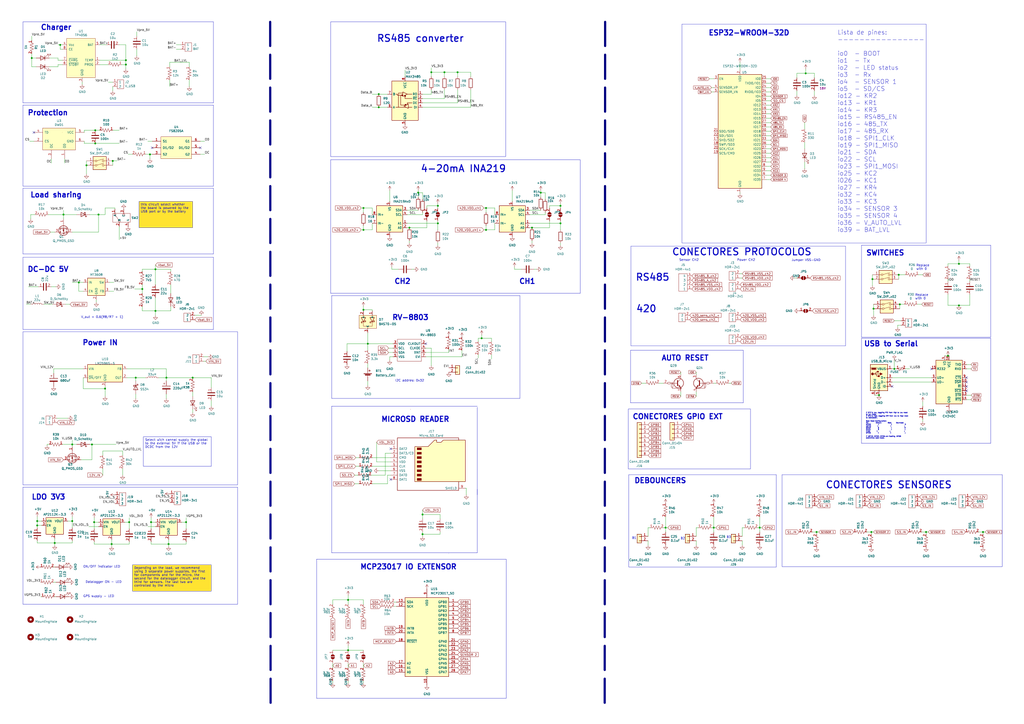
<source format=kicad_sch>
(kicad_sch (version 20231120) (generator "eeschema") (generator_version "8.0")
  (paper "A2")
  (junction (at 87.63 302.895))
  (junction (at 90.17 180.34))
  (junction (at 537.21 308.61))
  (junction (at 64.77 315.595))
  (junction (at 281.94 133.35))
  (junction (at 73.025 37.465))
  (junction (at 210.82 120.65))
  (junction (at 245.11 309.88))
  (junction (at 570.23 308.61))
  (junction (at 86.995 89.535))
  (junction (at 57.15 124.46))
  (junction (at 50.165 95.885))
  (junction (at 506.095 161.925))
  (junction (at 219.71 54.61))
  (junction (at 60.96 225.425))
  (junction (at 279.4 196.215))
  (junction (at 97.79 315.595))
  (junction (at 313.69 111.76))
  (junction (at 213.36 199.39))
  (junction (at 414.02 306.07))
  (junction (at 325.12 129.54))
  (junction (at 65.405 93.345))
  (junction (at 201.93 377.19))
  (junction (at 31.75 314.96))
  (junction (at 78.74 219.075))
  (junction (at 325.12 119.38))
  (junction (at 265.43 41.91))
  (junction (at 257.81 41.91))
  (junction (at 74.93 302.895))
  (junction (at 55.245 75.565))
  (junction (at 386.08 306.07))
  (junction (at 18.415 33.655))
  (junction (at 41.91 257.81))
  (junction (at 201.93 347.98))
  (junction (at 254 129.54))
  (junction (at 36.83 124.46))
  (junction (at 96.52 219.075))
  (junction (at 34.925 26.035))
  (junction (at 21.59 304.8))
  (junction (at 210.82 179.705))
  (junction (at 473.71 308.61))
  (junction (at 21.59 302.26))
  (junction (at 41.91 302.26))
  (junction (at 90.17 156.21))
  (junction (at 210.82 133.35))
  (junction (at 73.025 34.925))
  (junction (at 242.57 111.76))
  (junction (at 245.11 298.45))
  (junction (at 505.46 308.61))
  (junction (at 53.34 257.81))
  (junction (at 237.49 132.08))
  (junction (at 111.76 219.075))
  (junction (at 82.55 167.64))
  (junction (at 55.245 83.185))
  (junction (at 54.61 302.895))
  (junction (at 556.26 177.165))
  (junction (at 45.72 163.83))
  (junction (at 509.905 229.235))
  (junction (at 518.795 213.995))
  (junction (at 521.335 159.385))
  (junction (at 254 119.38))
  (junction (at 250.19 41.91))
  (junction (at 440.69 306.07))
  (junction (at 308.61 132.08))
  (junction (at 467.36 42.545))
  (junction (at 506.73 179.07))
  (junction (at 556.26 153.035))
  (junction (at 281.94 120.65))
  (junction (at 219.71 62.23))
  (junction (at 549.91 206.375))
  (junction (at 521.97 176.53))
  (junction (at 107.95 302.895))
  (no_connect (at 88.265 85.725))
  (no_connect (at 247.015 199.39))
  (no_connect (at 517.525 224.155))
  (no_connect (at 226.695 278.13))
  (no_connect (at 116.205 85.725))
  (no_connect (at 540.385 213.995))
  (no_connect (at 560.705 224.155))
  (no_connect (at 226.695 260.35))
  (no_connect (at 560.705 219.075))
  (no_connect (at 560.705 226.695))
  (no_connect (at 560.705 221.615))
  (no_connect (at 19.685 76.835))
  (wire (pts (xy 96.52 213.995) (xy 96.52 219.075)))
  (wire (pts (xy 506.73 176.53) (xy 506.73 179.07)))
  (wire (pts (xy 236.22 129.54) (xy 254 129.54)))
  (wire (pts (xy 562.61 153.035) (xy 556.26 153.035)))
  (wire (pts (xy 250.19 39.37) (xy 250.19 41.91)))
  (wire (pts (xy 41.91 257.81) (xy 41.91 255.27)))
  (wire (pts (xy 87.63 302.895) (xy 90.17 302.895)))
  (wire (pts (xy 206.375 270.51) (xy 208.28 270.51)))
  (wire (pts (xy 462.28 42.545) (xy 467.36 42.545)))
  (wire (pts (xy 414.02 306.07) (xy 414.02 308.61)))
  (wire (pts (xy 308.61 132.08) (xy 318.77 132.08)))
  (wire (pts (xy 267.97 207.01) (xy 267.97 203.2)))
  (wire (pts (xy 466.725 71.12) (xy 466.725 74.93)))
  (wire (pts (xy 31.75 328.93) (xy 31.115 328.93)))
  (wire (pts (xy 213.36 199.39) (xy 201.295 199.39)))
  (wire (pts (xy 226.06 110.49) (xy 226.06 116.84)))
  (polyline (pts (xy 351.028 12.7) (xy 350.774 408.178)) (stroke (width 1.27) (type dash) (color 0 0 125 1)))
  (polyline (pts (xy 123.825 149.225) (xy 123.825 191.135)))
  (wire (pts (xy 25.4 176.53) (xy 30.48 176.53)))
  (wire (pts (xy 79.375 28.575) (xy 79.375 32.385)))
  (wire (pts (xy 41.91 299.72) (xy 41.91 302.26)))
  (wire (pts (xy 280.67 120.65) (xy 281.94 120.65)))
  (wire (pts (xy 372.11 222.25) (xy 374.65 222.25)))
  (wire (pts (xy 537.21 308.61) (xy 538.48 308.61)))
  (wire (pts (xy 36.83 124.46) (xy 36.83 127)))
  (polyline (pts (xy 13.335 109.22) (xy 13.335 147.32)))
  (wire (pts (xy 116.205 81.915) (xy 118.745 81.915)))
  (wire (pts (xy 20.32 124.46) (xy 17.78 124.46)))
  (wire (pts (xy 277.495 196.215) (xy 279.4 196.215)))
  (polyline (pts (xy 13.335 12.7) (xy 123.825 12.7)))
  (wire (pts (xy 48.895 81.915) (xy 48.895 83.185)))
  (wire (pts (xy 28.575 257.81) (xy 27.305 257.81)))
  (wire (pts (xy 250.19 41.91) (xy 250.19 44.45)))
  (wire (pts (xy 444.5 76.2) (xy 447.04 76.2)))
  (wire (pts (xy 86.995 89.535) (xy 86.995 92.075)))
  (wire (pts (xy 227.33 156.21) (xy 231.14 156.21)))
  (polyline (pts (xy 431.165 203.2) (xy 431.165 233.68)))
  (polyline (pts (xy 431.165 233.68) (xy 365.76 233.68)))
  (wire (pts (xy 562.61 154.305) (xy 562.61 153.035)))
  (wire (pts (xy 201.93 374.65) (xy 201.93 377.19)))
  (wire (pts (xy 50.165 95.885) (xy 50.165 100.965)))
  (wire (pts (xy 48.895 76.835) (xy 48.895 75.565)))
  (wire (pts (xy 313.69 111.76) (xy 316.23 111.76)))
  (wire (pts (xy 74.93 300.355) (xy 74.93 302.895)))
  (wire (pts (xy 39.37 302.26) (xy 41.91 302.26)))
  (wire (pts (xy 245.11 309.88) (xy 255.27 309.88)))
  (wire (pts (xy 96.52 219.075) (xy 96.52 220.98)))
  (wire (pts (xy 250.19 201.93) (xy 250.19 212.09)))
  (wire (pts (xy 87.63 314.325) (xy 87.63 315.595)))
  (wire (pts (xy 210.82 179.705) (xy 215.9 179.705)))
  (polyline (pts (xy 574.675 142.24) (xy 574.675 195.58)))
  (wire (pts (xy 255.27 300.99) (xy 255.27 298.45)))
  (wire (pts (xy 33.02 242.57) (xy 39.37 242.57)))
  (wire (pts (xy 205.74 275.59) (xy 207.645 275.59)))
  (wire (pts (xy 245.11 298.45) (xy 255.27 298.45)))
  (wire (pts (xy 41.91 257.81) (xy 41.91 259.08)))
  (wire (pts (xy 45.72 168.91) (xy 48.26 168.91)))
  (wire (pts (xy 41.91 314.96) (xy 41.91 313.69)))
  (wire (pts (xy 444.5 101.6) (xy 447.04 101.6)))
  (wire (pts (xy 525.145 213.995) (xy 527.685 213.995)))
  (wire (pts (xy 73.66 219.075) (xy 78.74 219.075)))
  (wire (pts (xy 48.26 163.83) (xy 45.72 163.83)))
  (wire (pts (xy 403.86 217.17) (xy 403.86 215.9)))
  (wire (pts (xy 237.49 132.08) (xy 247.65 132.08)))
  (wire (pts (xy 518.795 186.055) (xy 522.605 186.055)))
  (wire (pts (xy 32.385 346.075) (xy 31.75 346.075)))
  (wire (pts (xy 118.11 207.01) (xy 120.65 207.01)))
  (wire (pts (xy 215.9 180.34) (xy 215.9 179.705)))
  (wire (pts (xy 534.67 308.61) (xy 537.21 308.61)))
  (wire (pts (xy 411.48 45.72) (xy 414.02 45.72)))
  (wire (pts (xy 316.23 111.76) (xy 316.23 115.57)))
  (wire (pts (xy 73.025 34.925) (xy 73.025 37.465)))
  (wire (pts (xy 33.655 38.735) (xy 33.655 37.465)))
  (wire (pts (xy 45.72 163.83) (xy 45.72 168.91)))
  (wire (pts (xy 57.15 134.62) (xy 57.15 124.46)))
  (wire (pts (xy 518.795 213.995) (xy 518.795 208.915)))
  (wire (pts (xy 88.265 81.915) (xy 85.725 81.915)))
  (wire (pts (xy 193.04 347.98) (xy 201.93 347.98)))
  (wire (pts (xy 193.04 347.98) (xy 193.04 350.52)))
  (wire (pts (xy 224.79 275.59) (xy 224.79 280.67)))
  (wire (pts (xy 213.36 193.04) (xy 213.36 199.39)))
  (wire (pts (xy 535.305 243.205) (xy 535.305 244.475)))
  (wire (pts (xy 556.26 153.035) (xy 549.91 153.035)))
  (wire (pts (xy 254 118.11) (xy 254 119.38)))
  (wire (pts (xy 21.59 306.07) (xy 21.59 304.8)))
  (polyline (pts (xy 191.77 92.71) (xy 191.77 170.18)))
  (wire (pts (xy 210.82 177.8) (xy 210.82 179.705)))
  (wire (pts (xy 444.5 81.28) (xy 447.04 81.28)))
  (wire (pts (xy 201.93 347.98) (xy 210.82 347.98)))
  (wire (pts (xy 505.46 308.61) (xy 505.46 309.88)))
  (wire (pts (xy 90.17 172.72) (xy 90.17 180.34)))
  (wire (pts (xy 17.78 176.53) (xy 15.24 176.53)))
  (wire (pts (xy 466.725 82.55) (xy 466.725 86.36)))
  (polyline (pts (xy 123.825 12.7) (xy 123.825 59.69)))
  (wire (pts (xy 205.74 280.67) (xy 208.28 280.67)))
  (wire (pts (xy 250.19 41.91) (xy 257.81 41.91)))
  (wire (pts (xy 506.095 161.925) (xy 506.095 165.735)))
  (wire (pts (xy 245.11 309.88) (xy 245.11 311.15)))
  (wire (pts (xy 109.855 38.735) (xy 109.855 36.195)))
  (wire (pts (xy 562.61 163.195) (xy 562.61 161.925)))
  (wire (pts (xy 567.69 308.61) (xy 570.23 308.61)))
  (polyline (pts (xy 336.55 170.18) (xy 191.77 170.18)))
  (wire (pts (xy 386.08 306.07) (xy 386.08 299.72)))
  (wire (pts (xy 298.45 156.21) (xy 302.26 156.21)))
  (wire (pts (xy 247.015 207.01) (xy 267.97 207.01)))
  (wire (pts (xy 525.145 159.385) (xy 521.335 159.385)))
  (wire (pts (xy 228.6 351.79) (xy 229.87 351.79)))
  (wire (pts (xy 245.11 57.15) (xy 257.81 57.15)))
  (polyline (pts (xy 499.745 195.58) (xy 499.745 142.24)))
  (wire (pts (xy 55.245 83.185) (xy 69.215 83.185)))
  (wire (pts (xy 213.36 223.52) (xy 213.36 220.98)))
  (wire (pts (xy 472.44 52.705) (xy 472.44 55.245)))
  (wire (pts (xy 210.82 120.65) (xy 215.9 120.65)))
  (wire (pts (xy 41.91 134.62) (xy 57.15 134.62)))
  (polyline (pts (xy 156.718 12.7) (xy 156.972 407.67)) (stroke (width 1.27) (type dash) (color 0 0 125 1)))
  (wire (pts (xy 201.93 387.35) (xy 201.93 384.81)))
  (wire (pts (xy 444.5 68.58) (xy 447.04 68.58)))
  (wire (pts (xy 281.94 133.35) (xy 281.94 130.81)))
  (wire (pts (xy 245.11 123.19) (xy 245.11 124.46)))
  (polyline (pts (xy 13.335 350.52) (xy 15.24 350.52)))
  (polyline (pts (xy 13.335 149.225) (xy 13.335 191.135)))
  (wire (pts (xy 109.855 36.195) (xy 98.425 36.195)))
  (wire (pts (xy 277.495 207.645) (xy 277.495 205.74)))
  (wire (pts (xy 254 128.27) (xy 254 129.54)))
  (wire (pts (xy 521.97 176.53) (xy 521.97 179.07)))
  (wire (pts (xy 60.96 124.46) (xy 57.15 124.46)))
  (wire (pts (xy 467.36 42.545) (xy 467.36 40.005)))
  (wire (pts (xy 21.59 302.26) (xy 21.59 299.72)))
  (wire (pts (xy 318.77 128.27) (xy 318.77 132.08)))
  (wire (pts (xy 325.12 142.24) (xy 325.12 140.97)))
  (wire (pts (xy 54.61 314.325) (xy 54.61 315.595)))
  (wire (pts (xy 210.82 120.65) (xy 210.82 123.19)))
  (wire (pts (xy 260.35 204.47) (xy 260.35 202.565)))
  (wire (pts (xy 444.5 78.74) (xy 447.04 78.74)))
  (polyline (pts (xy 123.825 60.96) (xy 123.825 107.95)))
  (wire (pts (xy 31.115 213.995) (xy 31.115 216.535)))
  (wire (pts (xy 430.53 311.15) (xy 430.53 306.07)))
  (wire (pts (xy 318.77 120.65) (xy 318.77 119.38)))
  (wire (pts (xy 31.75 314.96) (xy 41.91 314.96)))
  (wire (pts (xy 250.19 52.07) (xy 250.19 54.61)))
  (wire (pts (xy 122.555 224.79) (xy 122.555 219.075)))
  (wire (pts (xy 549.91 177.165) (xy 556.26 177.165)))
  (wire (pts (xy 51.435 305.435) (xy 57.15 305.435)))
  (wire (pts (xy 245.11 54.61) (xy 250.19 54.61)))
  (wire (pts (xy 219.71 62.23) (xy 224.79 62.23)))
  (wire (pts (xy 473.71 308.61) (xy 474.98 308.61)))
  (wire (pts (xy 71.12 275.59) (xy 71.12 271.78)))
  (wire (pts (xy 57.15 124.46) (xy 52.07 124.46)))
  (wire (pts (xy 97.79 313.055) (xy 97.79 315.595)))
  (wire (pts (xy 223.52 262.89) (xy 223.52 275.59)))
  (wire (pts (xy 60.96 120.65) (xy 66.675 120.65)))
  (wire (pts (xy 313.69 110.49) (xy 313.69 111.76)))
  (wire (pts (xy 59.69 261.62) (xy 59.69 264.16)))
  (polyline (pts (xy 137.795 350.52) (xy 137.795 282.575)))
  (wire (pts (xy 444.5 66.04) (xy 447.04 66.04)))
  (wire (pts (xy 255.27 308.61) (xy 255.27 309.88)))
  (wire (pts (xy 209.55 133.35) (xy 210.82 133.35)))
  (wire (pts (xy 226.06 207.01) (xy 227.965 207.01)))
  (wire (pts (xy 73.025 26.035) (xy 73.025 34.925)))
  (wire (pts (xy 225.425 201.93) (xy 227.965 201.93)))
  (wire (pts (xy 287.02 133.35) (xy 287.02 129.54)))
  (wire (pts (xy 325.12 129.54) (xy 325.12 133.35)))
  (wire (pts (xy 285.115 196.215) (xy 279.4 196.215)))
  (wire (pts (xy 193.04 396.24) (xy 193.04 394.97)))
  (wire (pts (xy 257.81 41.91) (xy 265.43 41.91)))
  (wire (pts (xy 46.99 266.7) (xy 53.34 266.7)))
  (wire (pts (xy 472.44 42.545) (xy 472.44 45.085)))
  (wire (pts (xy 99.06 156.21) (xy 99.06 157.48)))
  (wire (pts (xy 218.44 267.97) (xy 226.695 267.97)))
  (wire (pts (xy 245.11 62.23) (xy 273.05 62.23)))
  (wire (pts (xy 384.81 306.07) (xy 386.08 306.07)))
  (wire (pts (xy 414.02 50.8) (xy 412.75 50.8)))
  (wire (pts (xy 309.88 156.21) (xy 311.15 156.21)))
  (wire (pts (xy 461.01 161.29) (xy 462.28 161.29)))
  (wire (pts (xy 273.05 62.23) (xy 273.05 52.07)))
  (wire (pts (xy 36.83 124.46) (xy 36.83 121.92)))
  (wire (pts (xy 64.77 316.865) (xy 64.77 315.595)))
  (wire (pts (xy 444.5 83.82) (xy 447.04 83.82)))
  (wire (pts (xy 277.495 198.12) (xy 277.495 196.215)))
  (wire (pts (xy 430.53 306.07) (xy 431.8 306.07)))
  (wire (pts (xy 520.7 188.595) (xy 520.7 189.865)))
  (wire (pts (xy 225.425 204.47) (xy 227.965 204.47)))
  (wire (pts (xy 444.5 96.52) (xy 447.04 96.52)))
  (wire (pts (xy 63.5 168.91) (xy 66.04 168.91)))
  (polyline (pts (xy 13.335 59.69) (xy 13.335 12.7)))
  (wire (pts (xy 502.92 308.61) (xy 505.46 308.61)))
  (wire (pts (xy 403.86 311.15) (xy 403.86 306.07)))
  (wire (pts (xy 54.61 302.895) (xy 57.15 302.895)))
  (polyline (pts (xy 260.35 321.31) (xy 260.35 321.31)))
  (wire (pts (xy 21.59 302.26) (xy 24.13 302.26)))
  (wire (pts (xy 562.61 177.165) (xy 562.61 170.815)))
  (wire (pts (xy 36.195 26.035) (xy 34.925 26.035)))
  (wire (pts (xy 265.43 41.91) (xy 265.43 44.45)))
  (wire (pts (xy 414.02 53.34) (xy 412.75 53.34)))
  (wire (pts (xy 122.555 219.075) (xy 111.76 219.075)))
  (wire (pts (xy 228.6 349.25) (xy 229.87 349.25)))
  (wire (pts (xy 28.575 33.655) (xy 33.655 33.655)))
  (wire (pts (xy 193.04 377.19) (xy 201.93 377.19)))
  (wire (pts (xy 325.12 118.11) (xy 325.12 119.38)))
  (wire (pts (xy 462.28 45.085) (xy 462.28 42.545)))
  (wire (pts (xy 245.11 308.61) (xy 245.11 309.88)))
  (wire (pts (xy 65.405 75.565) (xy 69.215 75.565)))
  (wire (pts (xy 507.365 229.235) (xy 509.905 229.235)))
  (wire (pts (xy 104.775 26.035) (xy 102.235 26.035)))
  (wire (pts (xy 429.26 161.29) (xy 430.53 161.29)))
  (wire (pts (xy 213.36 199.39) (xy 213.36 203.2)))
  (wire (pts (xy 57.785 34.925) (xy 73.025 34.925)))
  (wire (pts (xy 467.36 42.545) (xy 472.44 42.545)))
  (wire (pts (xy 65.405 93.345) (xy 67.945 93.345)))
  (wire (pts (xy 33.655 37.465) (xy 36.195 37.465)))
  (wire (pts (xy 111.76 227.33) (xy 111.76 229.87)))
  (wire (pts (xy 429.26 158.75) (xy 430.53 158.75)))
  (wire (pts (xy 107.95 315.595) (xy 107.95 314.325)))
  (wire (pts (xy 247.015 204.47) (xy 260.35 204.47)))
  (wire (pts (xy 82.55 156.21) (xy 90.17 156.21)))
  (polyline (pts (xy 574.675 195.58) (xy 499.745 195.58)))
  (wire (pts (xy 247.65 119.38) (xy 254 119.38)))
  (polyline (pts (xy 13.335 147.32) (xy 123.825 147.32)))
  (polyline (pts (xy 499.745 196.215) (xy 574.675 196.215)))
  (wire (pts (xy 74.93 302.895) (xy 74.93 306.705)))
  (wire (pts (xy 444.5 71.12) (xy 447.04 71.12)))
  (polyline (pts (xy 276.86 320.675) (xy 276.86 283.845)))
  (wire (pts (xy 59.69 271.78) (xy 59.69 275.59)))
  (wire (pts (xy 55.88 173.99) (xy 55.88 175.26)))
  (wire (pts (xy 297.18 110.49) (xy 297.18 116.84)))
  (wire (pts (xy 215.9 62.23) (xy 219.71 62.23)))
  (wire (pts (xy 560.705 229.235) (xy 563.372 229.235)))
  (wire (pts (xy 107.95 302.895) (xy 107.95 306.705)))
  (wire (pts (xy 82.55 156.21) (xy 82.55 157.48)))
  (wire (pts (xy 517.525 221.615) (xy 540.385 221.615)))
  (wire (pts (xy 74.93 315.595) (xy 74.93 314.325)))
  (wire (pts (xy 285.115 205.74) (xy 285.115 208.28)))
  (wire (pts (xy 265.43 59.69) (xy 265.43 52.07)))
  (wire (pts (xy 254 119.38) (xy 254 120.65)))
  (wire (pts (xy 236.22 124.46) (xy 245.11 124.46)))
  (polyline (pts (xy 13.335 149.225) (xy 123.825 149.225)))
  (wire (pts (xy 556.26 151.13) (xy 556.26 153.035)))
  (wire (pts (xy 21.59 313.69) (xy 21.59 314.96)))
  (wire (pts (xy 270.51 283.21) (xy 270.51 287.02)))
  (polyline (pts (xy 499.745 142.24) (xy 574.675 142.24)))
  (wire (pts (xy 111.76 239.395) (xy 111.76 237.49)))
  (wire (pts (xy 444.5 53.34) (xy 447.04 53.34)))
  (wire (pts (xy 41.91 302.26) (xy 41.91 306.07)))
  (wire (pts (xy 18.415 33.655) (xy 20.955 33.655)))
  (polyline (pts (xy 13.335 109.22) (xy 123.825 109.22)))
  (polyline (pts (xy 15.24 350.52) (xy 137.795 350.52)))
  (wire (pts (xy 96.52 231.14) (xy 96.52 228.6)))
  (wire (pts (xy 254 129.54) (xy 254 133.35)))
  (wire (pts (xy 550.545 206.375) (xy 549.91 206.375)))
  (wire (pts (xy 82.55 180.34) (xy 90.17 180.34)))
  (polyline (pts (xy 260.35 320.675) (xy 276.86 320.675)))
  (wire (pts (xy 65.405 93.345) (xy 65.405 95.885)))
  (wire (pts (xy 382.27 222.25) (xy 384.81 222.25)))
  (wire (pts (xy 415.29 222.25) (xy 414.02 222.25)))
  (wire (pts (xy 16.51 166.37) (xy 22.225 166.37)))
  (wire (pts (xy 440.69 306.07) (xy 440.69 308.61)))
  (wire (pts (xy 210.82 133.35) (xy 210.82 130.81)))
  (wire (pts (xy 439.42 306.07) (xy 440.69 306.07)))
  (wire (pts (xy 375.92 313.69) (xy 375.92 316.23)))
  (polyline (pts (xy 336.55 92.71) (xy 336.55 170.18)))
  (wire (pts (xy 505.46 308.61) (xy 506.73 308.61)))
  (wire (pts (xy 45.72 163.83) (xy 41.91 163.83)))
  (wire (pts (xy 522.605 188.595) (xy 520.7 188.595)))
  (wire (pts (xy 375.92 306.07) (xy 377.19 306.07)))
  (wire (pts (xy 444.5 63.5) (xy 447.04 63.5)))
  (wire (pts (xy 245.11 295.91) (xy 245.11 298.45)))
  (wire (pts (xy 48.895 75.565) (xy 55.245 75.565)))
  (wire (pts (xy 386.08 306.07) (xy 386.08 308.61)))
  (wire (pts (xy 444.5 58.42) (xy 447.04 58.42)))
  (polyline (pts (xy 123.825 107.95) (xy 13.335 107.95)))
  (wire (pts (xy 226.06 208.915) (xy 226.06 207.01)))
  (wire (pts (xy 287.02 120.65) (xy 287.02 124.46)))
  (wire (pts (xy 90.17 156.21) (xy 99.06 156.21)))
  (wire (pts (xy 236.22 132.08) (xy 237.49 132.08)))
  (wire (pts (xy 247.015 201.93) (xy 250.19 201.93)))
  (wire (pts (xy 444.5 55.88) (xy 447.04 55.88)))
  (wire (pts (xy 48.26 225.425) (xy 60.96 225.425)))
  (wire (pts (xy 215.9 120.65) (xy 215.9 124.46)))
  (wire (pts (xy 21.59 314.96) (xy 31.75 314.96)))
  (wire (pts (xy 471.17 308.61) (xy 473.71 308.61)))
  (wire (pts (xy 245.11 59.69) (xy 265.43 59.69)))
  (wire (pts (xy 99.06 170.18) (xy 99.06 165.1)))
  (wire (pts (xy 242.57 110.49) (xy 242.57 111.76)))
  (wire (pts (xy 549.91 163.195) (xy 549.91 161.925)))
  (wire (pts (xy 285.115 196.215) (xy 285.115 198.12)))
  (wire (pts (xy 201.295 199.39) (xy 201.295 203.835)))
  (wire (pts (xy 462.28 52.705) (xy 462.28 55.245)))
  (wire (pts (xy 85.725 305.435) (xy 90.17 305.435)))
  (wire (pts (xy 65.405 50.165) (xy 65.405 52.705)))
  (wire (pts (xy 440.69 306.07) (xy 441.96 306.07)))
  (wire (pts (xy 403.86 227.33) (xy 403.86 229.87)))
  (wire (pts (xy 556.26 177.165) (xy 562.61 177.165)))
  (wire (pts (xy 215.9 270.51) (xy 226.695 270.51)))
  (wire (pts (xy 24.13 304.8) (xy 21.59 304.8)))
  (wire (pts (xy 307.34 124.46) (xy 316.23 124.46)))
  (wire (pts (xy 236.22 121.92) (xy 242.57 121.92)))
  (polyline (pts (xy 276.86 236.22) (xy 276.86 287.02)))
  (polyline (pts (xy 123.825 191.135) (xy 13.335 191.135)))
  (wire (pts (xy 116.84 182.88) (xy 113.03 182.88)))
  (wire (pts (xy 201.93 345.44) (xy 201.93 347.98)))
  (wire (pts (xy 210.82 179.705) (xy 210.82 180.34)))
  (wire (pts (xy 444.5 73.66) (xy 447.04 73.66)))
  (wire (pts (xy 466.725 93.98) (xy 466.725 97.79)))
  (wire (pts (xy 78.74 219.075) (xy 84.455 219.075)))
  (wire (pts (xy 55.245 75.565) (xy 57.785 75.565)))
  (wire (pts (xy 54.61 302.895) (xy 54.61 300.355)))
  (wire (pts (xy 82.55 177.8) (xy 82.55 180.34)))
  (wire (pts (xy 47.625 47.625) (xy 47.625 48.895)))
  (wire (pts (xy 219.71 273.05) (xy 226.695 273.05)))
  (wire (pts (xy 254 142.24) (xy 254 140.97)))
  (wire (pts (xy 28.575 38.735) (xy 33.655 38.735)))
  (wire (pts (xy 19.685 81.915) (xy 17.145 81.915)))
  (polyline (pts (xy 499.745 257.175) (xy 499.745 196.215)))
  (wire (pts (xy 215.9 54.61) (xy 219.71 54.61)))
  (polyline (pts (xy 13.335 282.575) (xy 13.335 350.52)))
  (wire (pts (xy 73.66 213.995) (xy 96.52 213.995)))
  (wire (pts (xy 98.425 36.195) (xy 98.425 38.735)))
  (polyline (pts (xy 191.77 92.71) (xy 336.55 92.71)))
  (wire (pts (xy 105.41 302.895) (xy 107.95 302.895)))
  (wire (pts (xy 38.1 176.53) (xy 40.64 176.53)))
  (wire (pts (xy 440.69 306.07) (xy 440.69 299.72)))
  (polyline (pts (xy 574.675 196.215) (xy 574.675 257.175)))
  (wire (pts (xy 549.91 170.815) (xy 549.91 177.165)))
  (wire (pts (xy 54.61 315.595) (xy 64.77 315.595)))
  (wire (pts (xy 87.63 302.895) (xy 87.63 306.705)))
  (wire (pts (xy 78.105 167.64) (xy 82.55 167.64)))
  (wire (pts (xy 227.33 154.94) (xy 227.33 156.21)))
  (wire (pts (xy 245.11 298.45) (xy 245.11 300.99)))
  (wire (pts (xy 72.39 302.895) (xy 74.93 302.895)))
  (wire (pts (xy 325.12 119.38) (xy 325.12 120.65)))
  (polyline (pts (xy 365.76 233.68) (xy 365.76 203.2)))
  (wire (pts (xy 209.55 120.65) (xy 210.82 120.65)))
  (wire (pts (xy 444.5 91.44) (xy 447.04 91.44)))
  (wire (pts (xy 414.02 306.07) (xy 414.02 299.72)))
  (wire (pts (xy 78.74 228.6) (xy 78.74 231.14)))
  (wire (pts (xy 122.555 232.41) (xy 122.555 235.585)))
  (wire (pts (xy 48.26 219.075) (xy 48.26 225.425)))
  (wire (pts (xy 444.5 93.98) (xy 447.04 93.98)))
  (wire (pts (xy 560.705 213.995) (xy 563.245 213.995)))
  (wire (pts (xy 386.08 306.07) (xy 387.35 306.07)))
  (wire (pts (xy 18.415 33.655) (xy 18.415 38.735)))
  (wire (pts (xy 325.12 128.27) (xy 325.12 129.54)))
  (wire (pts (xy 570.23 308.61) (xy 570.23 309.88)))
  (wire (pts (xy 53.34 257.81) (xy 52.07 257.81)))
  (wire (pts (xy 444.5 99.06) (xy 447.04 99.06)))
  (wire (pts (xy 48.26 213.995) (xy 31.115 213.995)))
  (wire (pts (xy 215.9 133.35) (xy 215.9 129.54)))
  (wire (pts (xy 33.655 34.925) (xy 36.195 34.925)))
  (wire (pts (xy 532.765 159.385) (xy 535.305 159.385)))
  (wire (pts (xy 247.65 120.65) (xy 247.65 119.38)))
  (wire (pts (xy 60.96 229.87) (xy 60.96 225.425)))
  (wire (pts (xy 429.26 40.64) (xy 429.26 36.195)))
  (wire (pts (xy 104.775 28.575) (xy 102.235 28.575)))
  (wire (pts (xy 444.5 60.96) (xy 447.04 60.96)))
  (wire (pts (xy 71.12 261.62) (xy 59.69 261.62)))
  (wire (pts (xy 238.76 156.21) (xy 240.03 156.21)))
  (wire (pts (xy 50.165 93.345) (xy 50.165 95.885)))
  (wire (pts (xy 210.82 133.35) (xy 215.9 133.35)))
  (wire (pts (xy 201.93 396.24) (xy 201.93 394.97)))
  (wire (pts (xy 444.5 48.26) (xy 447.04 48.26)))
  (wire (pts (xy 210.82 387.35) (xy 210.82 384.81)))
  (wire (pts (xy 82.55 165.1) (xy 82.55 167.64)))
  (wire (pts (xy 473.71 308.61) (xy 473.71 309.88)))
  (wire (pts (xy 90.17 156.21) (xy 90.17 165.1)))
  (wire (pts (xy 273.05 44.45) (xy 273.05 41.91)))
  (polyline (pts (xy 123.825 109.22) (xy 123.825 147.32)))
  (wire (pts (xy 518.795 213.995) (xy 520.065 213.995)))
  (polyline (pts (xy 192.405 320.675) (xy 192.405 235.585)))
  (wire (pts (xy 257.81 41.91) (xy 257.81 44.45)))
  (wire (pts (xy 109.855 50.165) (xy 109.855 46.355)))
  (wire (pts (xy 403.86 313.69) (xy 403.86 316.23)))
  (wire (pts (xy 444.5 104.14) (xy 447.04 104.14)))
  (polyline (pts (xy 13.335 107.95) (xy 13.335 60.96)))
  (wire (pts (xy 422.91 222.25) (xy 424.18 222.25)))
  (wire (pts (xy 444.5 45.72) (xy 447.04 45.72)))
  (wire (pts (xy 18.415 38.735) (xy 20.955 38.735)))
  (wire (pts (xy 87.63 315.595) (xy 97.79 315.595)))
  (wire (pts (xy 247.65 128.27) (xy 247.65 132.08)))
  (wire (pts (xy 97.79 315.595) (xy 107.95 315.595)))
  (wire (pts (xy 242.57 114.3) (xy 242.57 111.76)))
  (wire (pts (xy 532.13 176.53) (xy 534.67 176.53)))
  (polyline (pts (xy 192.405 320.675) (xy 260.35 320.675)))
  (wire (pts (xy 27.305 257.81) (xy 27.305 258.445)))
  (wire (pts (xy 215.9 280.67) (xy 224.79 280.67)))
  (wire (pts (xy 73.025 37.465) (xy 73.025 40.005)))
  (wire (pts (xy 37.465 92.075) (xy 37.465 94.615)))
  (wire (pts (xy 524.51 176.53) (xy 521.97 176.53)))
  (wire (pts (xy 34.925 26.035) (xy 33.655 26.035)))
  (wire (pts (xy 307.34 121.92) (xy 313.69 121.92)))
  (wire (pts (xy 308.61 140.97) (xy 308.61 139.7)))
  (wire (pts (xy 64.77 315.595) (xy 74.93 315.595)))
  (wire (pts (xy 31.75 312.42) (xy 31.75 314.96)))
  (wire (pts (xy 215.265 275.59) (xy 223.52 275.59)))
  (wire (pts (xy 560.705 231.775) (xy 563.245 231.775)))
  (wire (pts (xy 506.73 182.88) (xy 506.73 179.07)))
  (wire (pts (xy 414.02 306.07) (xy 415.29 306.07)))
  (wire (pts (xy 21.59 304.8) (xy 21.59 302.26)))
  (wire (pts (xy 18.415 23.495) (xy 18.415 20.955)))
  (wire (pts (xy 257.81 57.15) (xy 257.81 52.07)))
  (wire (pts (xy 53.34 257.81) (xy 67.31 257.81)))
  (wire (pts (xy 99.06 180.34) (xy 90.17 180.34)))
  (wire (pts (xy 430.53 313.69) (xy 430.53 316.23)))
  (wire (pts (xy 79.375 20.955) (xy 79.375 18.415)))
  (wire (pts (xy 223.52 262.89) (xy 226.695 262.89)))
  (wire (pts (xy 234.95 44.45) (xy 234.95 40.64)))
  (wire (pts (xy 107.95 300.355) (xy 107.95 302.895)))
  (wire (pts (xy 506.095 159.385) (xy 506.095 161.925)))
  (wire (pts (xy 242.57 111.76) (xy 245.11 111.76)))
  (wire (pts (xy 17.78 124.46) (xy 17.78 127)))
  (wire (pts (xy 570.23 308.61) (xy 571.5 308.61)))
  (wire (pts (xy 60.96 225.425) (xy 60.96 224.155)))
  (wire (pts (xy 215.9 265.43) (xy 226.695 265.43)))
  (wire (pts (xy 535.305 235.585) (xy 535.305 233.045)))
  (wire (pts (xy 245.11 111.76) (xy 245.11 115.57)))
  (wire (pts (xy 403.86 306.07) (xy 405.13 306.07)))
  (polyline (pts (xy 365.76 203.2) (xy 431.165 203.2)))
  (wire (pts (xy 281.94 120.65) (xy 287.02 120.65)))
  (wire (pts (xy 111.76 219.075) (xy 111.76 219.71)))
  (wire (pts (xy 78.74 219.075) (xy 78.74 220.98)))
  (wire (pts (xy 69.215 26.035) (xy 73.025 26.035)))
  (polyline (pts (xy 13.335 282.575) (xy 137.795 282.575)))
  (wire (pts (xy 90.17 153.67) (xy 90.17 156.21)))
  (wire (pts (xy 31.75 134.62) (xy 29.21 134.62)))
  (wire (pts (xy 210.82 396.24) (xy 210.82 394.97)))
  (wire (pts (xy 63.5 163.83) (xy 66.04 163.83)))
  (wire (pts (xy 201.93 377.19) (xy 210.82 377.19)))
  (polyline (pts (xy 123.825 59.69) (xy 13.335 59.69)))
  (wire (pts (xy 318.77 119.38) (xy 325.12 119.38)))
  (wire (pts (xy 429.26 111.76) (xy 429.26 112.395)))
  (wire (pts (xy 57.785 26.035) (xy 61.595 26.035)))
  (wire (pts (xy 237.49 140.97) (xy 237.49 139.7)))
  (polyline (pts (xy 192.405 235.585) (xy 276.86 235.585)))
  (wire (pts (xy 517.525 213.995) (xy 518.795 213.995)))
  (wire (pts (xy 53.34 266.7) (xy 53.34 257.81)))
  (polyline (pts (xy 13.335 60.96) (xy 123.825 60.96)))
  (wire (pts (xy 65.405 47.625) (xy 62.865 47.625)))
  (wire (pts (xy 36.83 124.46) (xy 27.94 124.46)))
  (wire (pts (xy 97.79 316.865) (xy 97.79 315.595)))
  (wire (pts (xy 64.77 313.055) (xy 64.77 315.595)))
  (wire (pts (xy 96.52 219.075) (xy 111.76 219.075)))
  (wire (pts (xy 193.04 387.35) (xy 193.04 384.81)))
  (wire (pts (xy 280.67 133.35) (xy 281.94 133.35)))
  (wire (pts (xy 36.195 28.575) (xy 34.925 28.575)))
  (wire (pts (xy 213.36 213.36) (xy 213.36 210.82)))
  (wire (pts (xy 48.895 83.185) (xy 55.245 83.185)))
  (wire (pts (xy 201.93 347.98) (xy 201.93 350.52)))
  (wire (pts (xy 66.675 120.65) (xy 66.675 121.285)))
  (wire (pts (xy 34.925 28.575) (xy 34.925 26.035)))
  (wire (pts (xy 444.5 86.36) (xy 447.04 86.36)))
  (wire (pts (xy 549.91 206.375) (xy 548.005 206.375)))
  (wire (pts (xy 394.97 217.17) (xy 394.97 215.9)))
  (wire (pts (xy 307.34 129.54) (xy 325.12 129.54)))
  (wire (pts (xy 444.5 88.9) (xy 447.04 88.9)))
  (wire (pts (xy 116.205 89.535) (xy 118.745 89.535)))
  (wire (pts (xy 18.415 31.115) (xy 18.415 33.655)))
  (wire (pts (xy 69.215 131.445) (xy 69.215 139.065)))
  (wire (pts (xy 281.94 133.35) (xy 287.02 133.35)))
  (wire (pts (xy 54.61 302.895) (xy 54.61 306.705)))
  (wire (pts (xy 269.875 283.21) (xy 270.51 283.21)))
  (wire (pts (xy 31.75 316.23) (xy 31.75 314.96)))
  (wire (pts (xy 86.995 89.535) (xy 88.265 89.535)))
  (wire (pts (xy 23.495 346.075) (xy 24.13 346.075)))
  (wire (pts (xy 90.17 180.34) (xy 90.17 182.88)))
  (wire (pts (xy 118.11 209.55) (xy 119.38 209.55)))
  (wire (pts (xy 394.97 227.33) (xy 394.97 229.87)))
  (wire (pts (xy 521.335 159.385) (xy 521.335 161.925)))
  (wire (pts (xy 41.91 257.81) (xy 36.195 257.81)))
  (wire (pts (xy 29.845 166.37) (xy 32.385 166.37)))
  (wire (pts (xy 32.385 337.82) (xy 31.115 337.82)))
  (wire (pts (xy 84.455 89.535) (xy 86.995 89.535)))
  (wire (pts (xy 71.12 264.16) (xy 71.12 261.62)))
  (wire (pts (xy 281.94 120.65) (xy 281.94 123.19)))
  (wire (pts (xy 375.92 311.15) (xy 375.92 306.07)))
  (wire (pts (xy 44.45 124.46) (xy 36.83 124.46)))
  (wire (pts (xy 316.23 123.19) (xy 316.23 124.46)))
  (wire (pts (xy 87.63 302.895) (xy 87.63 300.355)))
  (wire (pts (xy 33.655 33.655) (xy 33.655 34.925)))
  (wire (pts (xy 99.06 177.8) (xy 99.06 180.34)))
  (wire (pts (xy 44.45 257.81) (xy 41.91 257.81)))
  (wire (pts (xy 298.45 154.94) (xy 298.45 156.21)))
  (wire (pts (xy 560.705 211.455) (xy 563.245 211.455)))
  (wire (pts (xy 279.4 194.31) (xy 279.4 196.215)))
  (wire (pts (xy 537.21 308.61) (xy 537.21 309.88)))
  (wire (pts (xy 219.71 54.61) (xy 224.79 54.61)))
  (wire (pts (xy 517.525 219.075) (xy 540.385 219.075)))
  (wire (pts (xy 444.5 50.8) (xy 447.04 50.8)))
  (wire (pts (xy 218.44 256.54) (xy 218.44 267.97)))
  (wire (pts (xy 412.75 306.07) (xy 414.02 306.07)))
  (wire (pts (xy 549.91 154.305) (xy 549.91 153.035)))
  (wire (pts (xy 76.835 89.535) (xy 74.295 89.535)))
  (wire (pts (xy 60.96 120.65) (xy 60.96 124.46)))
  (wire (pts (xy 70.485 37.465) (xy 73.025 37.465)))
  (wire (pts (xy 206.375 265.43) (xy 208.28 265.43)))
  (wire (pts (xy 210.82 347.98) (xy 210.82 350.52)))
  (wire (pts (xy 57.785 37.465) (xy 62.865 37.465)))
  (wire (pts (xy 29.845 92.075) (xy 29.845 94.615)))
  (wire (pts (xy 273.05 41.91) (xy 265.43 41.91)))
  (wire (pts (xy 98.425 46.355) (xy 98.425 50.165)))
  (wire (pts (xy 82.55 167.64) (xy 82.55 170.18)))
  (wire (pts (xy 313.69 114.3) (xy 313.69 111.76)))
  (wire (pts (xy 213.36 199.39) (xy 227.965 199.39)))
  (wire (pts (xy 226.695 275.59) (xy 224.79 275.59)))
  (wire (pts (xy 92.075 219.075) (xy 96.52 219.075)))
  (polyline (pts (xy 574.675 257.175) (xy 499.745 257.175)))
  (wire (pts (xy 307.34 132.08) (xy 308.61 132.08)))
  (rectangle (start 183.642 324.358) (end 293.624 405.13))
  (rectangle (start 191.77 12.7) (end 293.37 90.805))
  (rectangle (start 366.014 142.748) (end 490.474 200.66))
  (rectangle (start 364.49 237.236) (end 435.356 272.034))
  (rectangle (start 364.744 275.336) (end 450.342 328.93))
  (rectangle (start 395.605 13.97) (end 537.21 140.97))
  (rectangle (start 13.335 192.405) (end 137.795 281.305))
  (rectangle (start 453.644 275.336) (end 581.406 328.676))
  (rectangle (start 192.405 171.45) (end 301.625 231.14))
  (text_box "Select wich cannal supply the global to the external 5V if the USB or the DCDC from the 12V\n" (at 83.185 253.365 0) (size 39.37 17.145) (effects (font (size 1.27 1.27)) (justify left top)))
  (text_box "Depending on the load, we recommend using 3 separate power supplies. the first for components and for the micro, the second for the datalogger circuit, and the third for sensors. The last two are controlled by the micro" (at 76.835 327.66 0) (size 45.72 15.24) (fill (type color) (color 255 227 49 1)) (effects (font (size 1.27 1.27)) (justify left top)))
  (text_box "this circuit select whether the board is powered by the USB port or by the battery" (at 80.645 116.84 0) (size 31.115 15.24) (fill (type color) (color 255 227 49 1)) (effects (font (size 1.27 1.27)) (justify left top)))
  (text "420" (at 368.808 181.61 0) (effects (font (size 4 4) (thickness 0.5994) (bold yes)) (justify left bottom)))
  (text "Replace \nwith 0" (at 530.86 173.99 0) (effects (font (size 1.27 1.27)) (justify left bottom)))
  (text "CONECTORES SENSORES\n" (at 478.79 283.718 0) (effects (font (size 4 4) (thickness 0.5994) (bold yes)) (justify left bottom)))
  (text "Lista de pines:\n----------------\n\nio0  - BOOT\nio1  - Tx\nio2  - LED status\nio3  - Rx\nio4  - SENSOR 1\nio5  - SD/CS\nio12 - KR2\nio13 - KR1\nio14 - KR3 \nio15 - RS485_EN\nio16 - 485_TX\nio17 - 485_RX\nio18 - SPI1_CLK\nio19 - SPI1_MISO\nio21 - SDA\nio22 - SCL\nio23 - SPI1_MOSI\nio25 - KC2\ni026 - KC1\nio27 - KR4\nio32 - KC4\nio33 - KC3\nio34 - SENSOR 3\nio35 - SENSOR 4\nio36 - V_AUTO_LVL\nio39 - BAT_LVL\n\n" (at 485.775 139.065 0) (effects (font (size 2.54 2.54)) (justify left bottom)))
  (text "Power CH2" (at 427.482 151.638 0) (effects (font (size 1.27 1.27)) (justify left bottom)))
  (text "RS485 converter" (at 218.44 24.765 0) (effects (font (size 4 4) (thickness 0.5994) (bold yes)) (justify left bottom)))
  (text "MCP23017 IO EXTENSOR" (at 208.788 330.708 0) (effects (font (size 2.9972 2.9972) (thickness 0.5994) (bold yes)) (justify left bottom)))
  (text "4-20mA INA219" (at 243.84 100.33 0) (effects (font (size 4 4) (thickness 0.5994) (bold yes)) (justify left bottom)))
  (text "Charger" (at 23.495 17.78 0) (effects (font (size 2.9972 2.9972) (thickness 0.5994) (bold yes)) (justify left bottom)))
  (text "USB to Serial" (at 501.015 201.295 0) (effects (font (size 2.9972 2.9972) (thickness 0.5994) (bold yes)) (justify left bottom)))
  (text "Datalogger ON - LED" (at 49.53 338.455 0) (effects (font (size 1.27 1.27)) (justify left bottom)))
  (text "ESP32-WROOM-32D" (at 410.845 20.955 0) (effects (font (size 2.9972 2.9972) (thickness 0.5994) (bold yes)) (justify left bottom)))
  (text "Replace \nwith 0" (at 531.495 156.845 0) (effects (font (size 1.27 1.27)) (justify left bottom)))
  (text "DC-DC 5V" (at 40.005 158.115 0) (effects (font (size 2.9972 2.9972) (thickness 0.5994) (bold yes)) (justify right bottom)))
  (text "B3" (at 421.386 312.42 0) (effects (font (size 1.27 1.27)) (justify left bottom)))
  (text "DEBOUNCERS" (at 367.792 280.67 0) (effects (font (size 2.9972 2.9972) (thickness 0.5994) (bold yes)) (justify left bottom)))
  (text "SWITCHES" (at 502.285 148.59 0) (effects (font (size 2.9972 2.9972) (thickness 0.5994) (bold yes)) (justify left bottom)))
  (text "CH1" (at 300.99 165.1 0) (effects (font (size 2.9972 2.9972) (thickness 0.5994) (bold yes)) (justify left bottom)))
  (text "MICROSD READER" (at 220.98 245.11 0) (effects (font (size 2.9972 2.9972) (thickness 0.5994) (bold yes)) (justify left bottom)))
  (text "Power IN" (at 68.58 200.66 0) (effects (font (size 2.9972 2.9972) (thickness 0.5994) (bold yes)) (justify right bottom)))
  (text "B2" (at 394.716 313.182 0) (effects (font (size 1.27 1.27)) (justify left bottom)))
  (text "AUTO RESET" (at 383.54 209.55 0) (effects (font (size 2.9972 2.9972) (thickness 0.5994) (bold yes)) (justify left bottom)))
  (text "If DTR is Low, toggling RTS from High to Low reset\nto run mode.\nIf RTS is High, toggling DTR from Low to High reset\nto bootloader.\n\nBoot Mode Configuration:\nPin         Default        Boot      Download\nGPIO0         1               1                0\nU0TXD        1               1                x\nGPIO2         0               x                0\nGPIO4         0               x                x\nMTDO        1               x                 x\nGPIO5         1              1                 x\n\nIf U0TXD, GPIO2, GPIO5 are floating, GPIO0\ndetermines boot mode." (at 502.285 254.635 0) (effects (font (size 0.6096 0.6096)) (justify left bottom)))
  (text "Protection" (at 15.875 67.31 0) (effects (font (size 2.9972 2.9972) (thickness 0.5994) (bold yes)) (justify left bottom)))
  (text "Jumper VSS-GND" (at 459.105 151.765 0) (effects (font (size 1.27 1.27)) (justify left bottom)))
  (text "GPS supply - LED\n" (at 48.26 346.71 0) (effects (font (size 1.27 1.27)) (justify left bottom)))
  (text "Sensor CH2\n" (at 393.954 151.638 0) (effects (font (size 1.27 1.27)) (justify left bottom)))
  (text "LDO 3V3" (at 38.1 290.195 0) (effects (font (size 2.9972 2.9972) (thickness 0.5994) (bold yes)) (justify right bottom)))
  (text "B1" (at 366.522 312.928 0) (effects (font (size 1.27 1.27)) (justify left bottom)))
  (text "RS485" (at 368.554 163.322 0) (effects (font (size 4 4) (thickness 0.5994) (bold yes)) (justify left bottom)))
  (text "ON/OFF indicator LED" (at 48.26 329.565 0) (effects (font (size 1.27 1.27)) (justify left bottom)))
  (text "CH2" (at 228.6 165.1 0) (effects (font (size 2.9972 2.9972) (thickness 0.5994) (bold yes)) (justify left bottom)))
  (text "I2C addres: 0x32" (at 229.235 221.615 0) (effects (font (size 1.27 1.27)) (justify left bottom)))
  (text "CONECTORES PROTOCOLOS\n" (at 389.636 148.59 0) (effects (font (size 4 4) (thickness 0.5994) (bold yes)) (justify left bottom)))
  (text "V_out = 0.6(R8/R7 + 1)" (at 46.99 184.785 0) (effects (font (size 1.27 1.27)) (justify left bottom)))
  (text "CONECTORES GPIO EXT\n" (at 366.776 243.586 0) (effects (font (size 2.9972 2.9972) (thickness 0.5994) (bold yes)) (justify left bottom)))
  (text "RV-8803" (at 227.33 186.055 0) (effects (font (size 3 3) (thickness 0.6) (bold yes)) (justify left bottom)))
  (text "Load sharing" (at 47.625 114.935 0) (effects (font (size 2.9972 2.9972) (thickness 0.5994) (bold yes)) (justify right bottom)))
  (label "OC" (at 118.745 89.535 0))
  (label "Vpre_5V" (at 79.375 18.415 0))
  (label "RS485_EN" (at 257.81 57.15 0))
  (label "FB_5V" (at 78.105 167.64 180))
  (label "CS" (at 17.145 81.915 180))
  (label "Vpre_5V" (at 67.31 257.81 0))
  (label "BAT-" (at 102.235 28.575 180))
  (label "SDA" (at 237.49 121.92 0))
  (label "VDL_3V3" (at 74.93 300.355 0))
  (label "Vpre_5V" (at 33.655 26.035 180))
  (label "+5V" (at 69.215 139.065 0))
  (label "BAT+" (at 41.91 163.83 0))
  (label "BAT+" (at 98.425 50.165 0))
  (label "V_AUTO_LVL" (at 71.12 261.62 0))
  (label "V_USB" (at 527.685 213.995 0))
  (label "VS_3V3" (at 234.95 40.64 0))
  (label "BAT+" (at 69.215 75.565 0))
  (label "RS485_EN" (at 265.43 59.69 0))
  (label "EN_VS_S" (at 85.725 305.435 180))
  (label "Data_B" (at 215.9 54.61 180))
  (label "EN_VDL" (at 66.675 292.1 180))
  (label "OD" (at 37.465 94.615 0))
  (label "OD" (at 118.745 81.915 0))
  (label "EN_VDL_S" (at 51.435 305.435 180))
  (label "EN_VS_S" (at 98.425 288.925 180))
  (label "Vpre_5V" (at 62.865 47.625 180))
  (label "BAT-" (at 69.215 83.185 0))
  (label "BAT+" (at 15.24 176.53 0))
  (label "CS" (at 74.295 89.535 180))
  (label "SW_5V" (at 25.4 176.53 0))
  (label "IO0" (at 549.91 163.195 0))
  (label "V_USB" (at 41.91 255.27 180))
  (label "SCL" (at 277.495 207.645 270))
  (label "EVI" (at 267.97 207.01 0))
  (label "SW_5V" (at 66.04 163.83 0))
  (label "VIN_5V" (at 122.555 219.075 0))
  (label "BAT-" (at 67.945 93.345 0))
  (label "BAT+" (at 102.235 26.035 180))
  (label "485_TX" (at 250.19 54.61 0))
  (label "VIN_12V" (at 31.115 213.995 180))
  (label "SCL" (at 237.49 124.46 0))
  (label "EN_VS" (at 98.425 291.465 180))
  (label "V_in" (at 518.795 210.185 0))
  (label "EN_VDL_S" (at 66.675 289.56 180))
  (label "EVI" (at 260.35 213.36 180))
  (label "INT" (at 260.35 204.47 0))
  (label "BAT+" (at 57.785 26.035 0))
  (label "SDA" (at 308.61 121.92 0))
  (label "BAT_LVL" (at 100.965 36.195 0))
  (label "BAT-" (at 85.725 81.915 180))
  (label "VDL_3V3" (at 23.495 337.82 180))
  (label "RESET" (at 562.61 163.195 0))
  (label "FB_5V" (at 66.04 168.91 0))
  (label "SDA" (at 285.115 208.28 270))
  (label "Vpre_5V" (at 18.415 20.955 0))
  (label "VGPS_3V3" (at 23.495 346.075 180))
  (label "Data_A" (at 215.9 62.23 180))
  (label "SCL" (at 308.61 124.46 0))
  (label "BAT+" (at 16.51 166.37 0))
  (label "485_RX" (at 273.05 62.23 0))
  (label "VGPS_3V3" (at 107.95 300.355 0))
  (label "VS_3V3" (at 250.19 39.37 0))
  (label "OC" (at 29.845 94.615 180))
  (label "Vpre_5V" (at 36.83 121.92 180))
  (global_label "GPA0" (shape input) (at 387.35 306.07 0) (property "Intersheetrefs" "${INTERSHEET_REFS}" (effects (hide yes))))
  (global_label "485_TX" (shape input) (at 447.04 71.12 0) (effects (font (size 1 1))) (property "Intersheetrefs" "${INTERSHEET_REFS}" (effects (hide yes))))
  (global_label "Vbat_5V" (shape input) (at 40.64 176.53 0) (property "Intersheetrefs" "${INTERSHEET_REFS}" (effects (hide yes))))
  (global_label "IO0" (shape input) (at 447.04 45.72 0) (effects (font (size 1 1))) (property "Intersheetrefs" "${INTERSHEET_REFS}" (effects (hide yes))))
  (global_label "A0" (shape input) (at 193.04 386.08 0) (property "Intersheetrefs" "${INTERSHEET_REFS}" (effects (hide yes))))
  (global_label "RS485_B_ch2" (shape input) (at 401.32 160.02 0) (property "Intersheetrefs" "${INTERSHEET_REFS}" (effects (hide yes))))
  (global_label "RS485_VSS_ch2" (shape input) (at 430.53 158.75 0) (property "Intersheetrefs" "${INTERSHEET_REFS}" (effects (hide yes))))
  (global_label "VIN_5V" (shape input) (at 119.38 209.55 0) (property "Intersheetrefs" "${INTERSHEET_REFS}" (effects (hide yes))))
  (global_label "DTR#" (shape input) (at 372.11 222.25 180) (effects (font (size 1 1))) (property "Intersheetrefs" "${INTERSHEET_REFS}" (effects (hide yes))))
  (global_label "MCP_RESET" (shape input) (at 193.04 358.14 270) (property "Intersheetrefs" "${INTERSHEET_REFS}" (effects (hide yes))))
  (global_label "RST#" (shape input) (at 424.18 222.25 0) (effects (font (size 1 1))) (property "Intersheetrefs" "${INTERSHEET_REFS}" (effects (hide yes))))
  (global_label "Vbat_5V" (shape input) (at 29.21 134.62 180) (property "Intersheetrefs" "${INTERSHEET_REFS}" (effects (hide yes))))
  (global_label "KR3" (shape input) (at 447.04 66.04 0) (effects (font (size 1 1))) (property "Intersheetrefs" "${INTERSHEET_REFS}" (effects (hide yes))))
  (global_label "GPA6" (shape input) (at 394.97 251.46 0) (property "Intersheetrefs" "${INTERSHEET_REFS}" (effects (hide yes))))
  (global_label "420_VDD_ch2" (shape input) (at 429.26 185.42 0) (property "Intersheetrefs" "${INTERSHEET_REFS}" (effects (hide yes))))
  (global_label "SENSOR 1" (shape input) (at 447.04 55.88 0) (effects (font (size 1 1))) (property "Intersheetrefs" "${INTERSHEET_REFS}" (effects (hide yes))))
  (global_label "S2_IN" (shape input) (at 502.92 293.37 0) (property "Intersheetrefs" "${INTERSHEET_REFS}" (effects (hide yes))))
  (global_label "VIN_5V" (shape input) (at 36.83 266.7 180) (property "Intersheetrefs" "${INTERSHEET_REFS}" (effects (hide yes))))
  (global_label "12V_IN" (shape input) (at 59.69 275.59 180) (property "Intersheetrefs" "${INTERSHEET_REFS}" (effects (hide yes))))
  (global_label "KC2" (shape input) (at 447.04 88.9 0) (effects (font (size 1 1))) (property "Intersheetrefs" "${INTERSHEET_REFS}" (effects (hide yes))))
  (global_label "GPA2" (shape input) (at 265.43 377.19 0) (property "Intersheetrefs" "${INTERSHEET_REFS}" (effects (hide yes))))
  (global_label "GPA6" (shape input) (at 265.43 387.35 0) (property "Intersheetrefs" "${INTERSHEET_REFS}" (effects (hide yes))))
  (global_label "INTB" (shape input) (at 229.87 364.49 180) (property "Intersheetrefs" "${INTERSHEET_REFS}" (effects (hide yes))))
  (global_label "GPA7" (shape input) (at 394.97 254 0) (property "Intersheetrefs" "${INTERSHEET_REFS}" (effects (hide yes))))
  (global_label "SCL" (shape input) (at 447.04 83.82 0) (effects (font (size 1 1))) (property "Intersheetrefs" "${INTERSHEET_REFS}" (effects (hide yes))))
  (global_label "485_RX" (shape input) (at 447.04 73.66 0) (effects (font (size 1 1))) (property "Intersheetrefs" "${INTERSHEET_REFS}" (effects (hide yes))))
  (global_label "SENSOR 2" (shape input) (at 506.73 308.61 0) (effects (font (size 1 1))) (property "Intersheetrefs" "${INTERSHEET_REFS}" (effects (hide yes))))
  (global_label "RST#" (shape input) (at 394.97 229.87 180) (effects (font (size 1 1))) (property "Intersheetrefs" "${INTERSHEET_REFS}" (effects (hide yes))))
  (global_label "12V_IN" (shape input) (at 429.26 167.64 0) (property "Intersheetrefs" "${INTERSHEET_REFS}" (effects (hide yes))))
  (global_label "RS485_VDD_ch2" (shape input) (at 429.26 165.1 0) (property "Intersheetrefs" "${INTERSHEET_REFS}" (effects (hide yes))))
  (global_label "VIN_12V" (shape input) (at 533.4 288.29 0) (property "Intersheetrefs" "${INTERSHEET_REFS}" (effects (hide yes))))
  (global_label "GPB2" (shape input) (at 375.92 251.46 0) (property "Intersheetrefs" "${INTERSHEET_REFS}" (effects (hide yes))))
  (global_label "SENSOR 3" (shape input) (at 447.04 101.6 0) (effects (font (size 1 1))) (property "Intersheetrefs" "${INTERSHEET_REFS}" (effects (hide yes))))
  (global_label "SPI1_MOSI" (shape input) (at 206.375 265.43 180) (property "Intersheetrefs" "${INTERSHEET_REFS}" (effects (hide yes))))
  (global_label "BAT_LVL" (shape input) (at 412.75 53.34 180) (effects (font (size 1 1))) (property "Intersheetrefs" "${INTERSHEET_REFS}" (effects (hide yes))))
  (global_label "SDA" (shape input) (at 447.04 81.28 0) (effects (font (size 1 1))) (property "Intersheetrefs" "${INTERSHEET_REFS}" (effects (hide yes))))
  (global_label "S2_IN" (shape input) (at 495.3 308.61 180) (property "Intersheetrefs" "${INTERSHEET_REFS}" (effects (hide yes))))
  (global_label "S4_IN" (shape input) (at 560.07 308.61 180) (property "Intersheetrefs" "${INTERSHEET_REFS}" (effects (hide yes))))
  (global_label "420_VSS_ch2" (shape input) (at 471.17 180.34 0) (property "Intersheetrefs" "${INTERSHEET_REFS}" (effects (hide yes))))
  (global_label "RX" (shape input) (at 563.245 211.455 0) (effects (font (size 1 1))) (property "Intersheetrefs" "${INTERSHEET_REFS}" (effects (hide yes))))
  (global_label "MCP_RESET" (shape input) (at 229.87 372.11 180) (property "Intersheetrefs" "${INTERSHEET_REFS}" (effects (hide yes))))
  (global_label "420_VDD_ch1+" (shape input) (at 280.67 133.35 180) (property "Intersheetrefs" "${INTERSHEET_REFS}" (effects (hide yes))))
  (global_label "IO0" (shape input) (at 535.305 159.385 0) (effects (font (size 1 1))) (property "Intersheetrefs" "${INTERSHEET_REFS}" (effects (hide yes))))
  (global_label "GPB4" (shape input) (at 375.92 256.54 0) (property "Intersheetrefs" "${INTERSHEET_REFS}" (effects (hide yes))))
  (global_label "GPA4" (shape input) (at 265.43 382.27 0) (property "Intersheetrefs" "${INTERSHEET_REFS}" (effects (hide yes))))
  (global_label "GPA0" (shape input) (at 265.43 372.11 0) (property "Intersheetrefs" "${INTERSHEET_REFS}" (effects (hide yes))))
  (global_label "DTR#" (shape input) (at 563.372 229.235 0) (effects (font (size 1 1))) (property "Intersheetrefs" "${INTERSHEET_REFS}" (effects (hide yes))))
  (global_label "S3_IN" (shape input) (at 533.4 293.37 0) (property "Intersheetrefs" "${INTERSHEET_REFS}" (effects (hide yes))))
  (global_label "SCL" (shape input) (at 225.425 201.93 180) (property "Intersheetrefs" "${INTERSHEET_REFS}" (effects (hide yes))))
  (global_label "KC1" (shape input) (at 447.04 91.44 0) (effects (font (size 1 1))) (property "Intersheetrefs" "${INTERSHEET_REFS}" (effects (hide yes))))
  (global_label "GPA7" (shape input) (at 265.43 389.89 0) (property "Intersheetrefs" "${INTERSHEET_REFS}" (effects (hide yes))))
  (global_label "RS485_EN" (shape input) (at 447.04 68.58 0) (effects (font (size 1 1))) (property "Intersheetrefs" "${INTERSHEET_REFS}" (effects (hide yes))))
  (global_label "S1_IN" (shape input) (at 473.71 293.37 0) (property "Intersheetrefs" "${INTERSHEET_REFS}" (effects (hide yes))))
  (global_label "GPA1" (shape input) (at 265.43 374.65 0) (property "Intersheetrefs" "${INTERSHEET_REFS}" (effects (hide yes))))
  (global_label "Vbat_5V" (shape input) (at 113.03 185.42 0) (property "Intersheetrefs" "${INTERSHEET_REFS}" (effects (hide yes))))
  (global_label "A2" (shape input) (at 229.87 384.81 180) (property "Intersheetrefs" "${INTERSHEET_REFS}" (effects (hide yes))))
  (global_label "VDL_3V3" (shape input) (at 245.11 295.91 0) (property "Intersheetrefs" "${INTERSHEET_REFS}" (effects (hide yes))))
  (global_label "GPB5" (shape input) (at 265.43 361.95 0) (property "Intersheetrefs" "${INTERSHEET_REFS}" (effects (hide yes))))
  (global_label "A1" (shape input) (at 201.93 386.08 0) (property "Intersheetrefs" "${INTERSHEET_REFS}" (effects (hide yes))))
  (global_label "GPB0" (shape input) (at 375.92 246.38 0) (property "Intersheetrefs" "${INTERSHEET_REFS}" (effects (hide yes))))
  (global_label "GPA5" (shape input) (at 265.43 384.81 0) (property "Intersheetrefs" "${INTERSHEET_REFS}" (effects (hide yes))))
  (global_label "RS485_VDD_ch2" (shape input) (at 401.32 167.64 0) (property "Intersheetrefs" "${INTERSHEET_REFS}" (effects (hide yes))))
  (global_label "KC3" (shape input) (at 447.04 99.06 0) (effects (font (size 1 1))) (property "Intersheetrefs" "${INTERSHEET_REFS}" (effects (hide yes))))
  (global_label "GPA4" (shape input) (at 394.97 246.38 0) (property "Intersheetrefs" "${INTERSHEET_REFS}" (effects (hide yes))))
  (global_label "Vbat_5V" (shape input) (at 90.17 153.67 0) (property "Intersheetrefs" "${INTERSHEET_REFS}" (effects (hide yes))))
  (global_label "RST#" (shape input) (at 563.245 231.775 0) (effects (font (size 1 1))) (property "Intersheetrefs" "${INTERSHEET_REFS}" (effects (hide yes))))
  (global_label "S3_IN" (shape input) (at 527.05 308.61 180) (property "Intersheetrefs" "${INTERSHEET_REFS}" (effects (hide yes))))
  (global_label "420_VSS_ch2" (shape input) (at 429.26 182.88 0) (property "Intersheetrefs" "${INTERSHEET_REFS}" (effects (hide yes))))
  (global_label "GPB4" (shape input) (at 265.43 359.41 0) (property "Intersheetrefs" "${INTERSHEET_REFS}" (effects (hide yes))))
  (global_label "GPB6" (shape input) (at 375.92 261.62 0) (property "Intersheetrefs" "${INTERSHEET_REFS}" (effects (hide yes))))
  (global_label "GPA2" (shape input) (at 441.96 306.07 0) (property "Intersheetrefs" "${INTERSHEET_REFS}" (effects (hide yes))))
  (global_label "IO2" (shape input) (at 447.04 50.8 0) (effects (font (size 1 1))) (property "Intersheetrefs" "${INTERSHEET_REFS}" (effects (hide yes))))
  (global_label "420_VDD_ch2" (shape input) (at 429.26 195.58 0) (property "Intersheetrefs" "${INTERSHEET_REFS}" (effects (hide yes))))
  (global_label "KC4" (shape input) (at 447.04 96.52 0) (effects (font (size 1 1))) (property "Intersheetrefs" "${INTERSHEET_REFS}" (effects (hide yes))))
  (global_label "12V_IN" (shape input) (at 429.26 198.12 0) (property "Intersheetrefs" "${INTERSHEET_REFS}" (effects (hide yes))))
  (global_label "SENSOR 2" (shape input) (at 265.43 379.73 0) (property "Intersheetrefs" "${INTERSHEET_REFS}" (effects (hide yes))))
  (global_label "INTA" (shape input) (at 229.87 367.03 180) (property "Intersheetrefs" "${INTERSHEET_REFS}" (effects (hide yes))))
  (global_label "VIN_12V" (shape input) (at 502.92 288.29 0) (property "Intersheetrefs" "${INTERSHEET_REFS}" (effects (hide yes))))
  (global_label "RS485_VSS_ch2" (shape input) (at 469.9 161.29 0) (property "Intersheetrefs" "${INTERSHEET_REFS}" (effects (hide yes))))
  (global_label "VDL_3V3" (shape input) (at 218.44 256.54 0) (property "Intersheetrefs" "${INTERSHEET_REFS}" (effects (hide yes))))
  (global_label "S4_IN" (shape input) (at 562.61 293.37 0) (property "Intersheetrefs" "${INTERSHEET_REFS}" (effects (hide yes))))
  (global_label "SENSOR 4" (shape input) (at 447.04 104.14 0) (effects (font (size 1 1))) (property "Intersheetrefs" "${INTERSHEET_REFS}" (effects (hide yes))))
  (global_label "GPB5" (shape input) (at 375.92 259.08 0) (property "Intersheetrefs" "${INTERSHEET_REFS}" (effects (hide yes))))
  (global_label "SDA" (shape input) (at 220.98 349.25 180) (property "Intersheetrefs" "${INTERSHEET_REFS}" (effects (hide yes))))
  (global_label "RESET" (shape input) (at 534.67 176.53 0) (effects (font (size 1 1))) (property "Intersheetrefs" "${INTERSHEET_REFS}" (effects (hide yes))))
  (global_label "SPI1_CLK" (shape input) (at 447.04 76.2 0) (effects (font (size 1 1))) (property "Intersheetrefs" "${INTERSHEET_REFS}" (effects (hide yes))))
  (global_label "A1" (shape input) (at 229.87 387.35 180) (property "Intersheetrefs" "${INTERSHEET_REFS}" (effects (hide yes))))
  (global_label "GPB3" (shape input) (at 375.92 254 0) (property "Intersheetrefs" "${INTERSHEET_REFS}" (effects (hide yes))))
  (global_label "KR2" (shape input) (at 447.04 60.96 0) (effects (font (size 1 1))) (property "Intersheetrefs" "${INTERSHEET_REFS}" (effects (hide yes))))
  (global_label "420_sens_ch2_+" (shape input) (at 400.05 182.88 0) (property "Intersheetrefs" "${INTERSHEET_REFS}" (effects (hide yes))))
  (global_label "SCL" (shape input) (at 220.98 351.79 180) (property "Intersheetrefs" "${INTERSHEET_REFS}" (effects (hide yes))))
  (global_label "GPB0" (shape input) (at 265.43 349.25 0) (property "Intersheetrefs" "${INTERSHEET_REFS}" (effects (hide yes))))
  (global_label "INTA" (shape input) (at 201.93 358.14 270) (property "Intersheetrefs" "${INTERSHEET_REFS}" (effects (hide yes))))
  (global_label "SENSOR 1" (shape input) (at 474.98 308.61 0) (effects (font (size 1 1))) (property "Intersheetrefs" "${INTERSHEET_REFS}" (effects (hide yes))))
  (global_label "DTR#" (shape input) (at 403.86 229.87 180) (effects (font (size 1 1))) (property "Intersheetrefs" "${INTERSHEET_REFS}" (effects (hide yes))))
  (global_label "TX" (shape input) (at 563.245 213.995 0) (effects (font (size 1 1))) (property "Intersheetrefs" "${INTERSHEET_REFS}" (effects (hide yes))))
  (global_label "VIN_12V" (shape input) (at 473.71 288.29 0) (property "Intersheetrefs" "${INTERSHEET_REFS}" (effects (hide yes))))
  (global_label "RS485_VSS_ch2" (shape input) (at 401.32 165.1 0) (property "Intersheetrefs" "${INTERSHEET_REFS}" (effects (hide yes))))
  (global_label "GPB7" (shape input) (at 375.92 264.16 0) (property "Intersheetrefs" "${INTERSHEET_REFS}" (effects (hide yes))))
  (global_label "GPA5" (shape input) (at 394.97 248.92 0) (property "Intersheetrefs" "${INTERSHEET_REFS}" (effects (hide yes))))
  (global_label "RX" (shape input) (at 447.04 53.34 0) (effects (font (size 1 1))) (property "Intersheetrefs" "${INTERSHEET_REFS}" (effects (hide yes))))
  (global_label "SD_CS" (shape input) (at 205.74 275.59 180) (property "Intersheetrefs" "${INTERSHEET_REFS}" (effects (hide yes))))
  (global_label "IO2" (shape input) (at 466.725 71.12 90) (effects (font (size 1 1))) (property "Intersheetrefs" "${INTERSHEET_REFS}" (effects (hide yes))))
  (global_label "RESET" (shape input) (at 411.48 45.72 180) (effects (font (size 1 1))) (property "Intersheetrefs" "${INTERSHEET_REFS}" (effects (hide yes))))
  (global_label "TX" (shape input) (at 447.04 48.26 0) (effects (font (size 1 1))) (property "Intersheetrefs" "${INTERSHEET_REFS}" (effects (hide yes))))
  (global_label "RESET" (shape input) (at 518.795 186.055 180) (effects (font (size 1 1))) (property "Intersheetrefs" "${INTERSHEET_REFS}" (effects (hide yes))))
  (global_label "RS485_A_ch2" (shape input) (at 401.32 162.56 0) (property "Intersheetrefs" "${INTERSHEET_REFS}" (effects (hide yes))))
  (global_label "GPB1" (shape input) (at 265.43 351.79 0) (property "Intersheetrefs" "${INTERSHEET_REFS}" (effects (hide yes))))
  (global_label "420_sens_ch2_" (shape input) (at 400.05 185.42 0) (property "Intersheetrefs" "${INTERSHEET_REFS}" (effects (hide yes))))
  (global_label "SPI1_MOSI" (shape input) (at 447.04 86.36 0) (effects (font (size 1 1))) (property "Intersheetrefs" "${INTERSHEET_REFS}" (effects (hide yes))))
  (global_label "VIN_12V" (shape input) (at 33.02 245.11 0) (property "Intersheetrefs" "${INTERSHEET_REFS}" (effects (hide yes))))
  (global_label "A2" (shape input) (at 210.82 386.08 0) (property "Intersheetrefs" "${INTERSHEET_REFS}" (effects (hide yes))))
  (global_label "SPI1_MISO" (shape input) (at 447.04 78.74 0) (effects (font (size 1 1))) (property "Intersheetrefs" "${INTERSHEET_REFS}" (effects (hide yes))))
  (global_label "KR4" (shape input) (at 447.04 93.98 0) (effects (font (size 1 1))) (property "Intersheetrefs" "${INTERSHEET_REFS}" (effects (hide yes))))
  (global_label "SD_CS" (shape input) (at 447.04 58.42 0) (property "Intersheetrefs" "${INTERSHEET_REFS}" (effects (hide yes))))
  (global_label "GPB6" (shape input) (at 265.43 364.49 0) (property "Intersheetrefs" "${INTERSHEET_REFS}" (effects (hide yes))))
  (global_label "S1_IN" (shape input) (at 463.55 308.61 180) (property "Intersheetrefs" "${INTERSHEET_REFS}" (effects (hide yes))))
  (global_label "GPB3" (shape input) (at 265.43 356.87 0) (property "Intersheetrefs" "${INTERSHEET_REFS}" (effects (hide yes))))
  (global_label "SENSOR 4" (shape input) (at 571.5 308.61 0) (effects (font (size 1 1))) (property "Intersheetrefs" "${INTERSHEET_REFS}" (effects (hide yes))))
  (global_label "SENSOR 3" (shape input) (at 538.48 308.61 0) (effects (font (size 1 1))) (property "Intersheetrefs" "${INTERSHEET_REFS}" (effects (hide yes))))
  (global_label "GPB1" (shape input) (at 375.92 248.92 0) (property "Intersheetrefs" "${INTERSHEET_REFS}" (effects (hide yes))))
  (global_label "420_VDD_ch2" (shape input) (at 209.55 120.65 180) (property "Intersheetrefs" "${INTERSHEET_REFS}" (effects (hide yes))))
  (global_label "SPI1_CLK" (shape input) (at 206.375 270.51 180) (property "Intersheetrefs" "${INTERSHEET_REFS}" (effects (hide yes))))
  (global_label "420_VDD_ch2+" (shape input) (at 209.55 133.35 180) (property "Intersheetrefs" "${INTERSHEET_REFS}" (effects (hide yes))))
  (global_label "A0" (shape input) (at 229.87 389.89 180) (property "Intersheetrefs" "${INTERSHEET_REFS}" (effects (hide yes))))
  (global_label "SDA" (shape input) (at 225.425 204.47 180) (property "Intersheetrefs" "${INTERSHEET_REFS}" (effects (hide yes))))
  (global_label "IO0" (shape input) (at 403.86 215.9 180) (effects (font (size 1 1))) (property "Intersheetrefs" "${INTERSHEET_REFS}" (effects (hide yes))))
  (global_label "RESET" (shape input) (at 394.97 215.9 180) (effects (font (size 1 1))) (property "Intersheetrefs" "${INTERSHEET_REFS}" (effects (hide yes))))
  (global_label "INTB" (shape input) (at 210.82 358.14 270) (property "Intersheetrefs" "${INTERSHEET_REFS}" (effects (hide yes))))
  (global_label "GPA1" (shape input) (at 415.29 306.07 0) (property "Intersheetrefs" "${INTERSHEET_REFS}" (effects (hide yes))))
  (global_label "SPI1_MISO" (shape input) (at 205.74 280.67 180) (property "Intersheetrefs" "${INTERSHEET_REFS}" (effects (hide yes))))
  (global_label "VIN_12V" (shape input) (at 562.61 288.29 0) (property "Intersheetrefs" "${INTERSHEET_REFS}" (effects (hide yes))))
  (global_label "GPB2" (shape input) (at 265.43 354.33 0) (property "Intersheetrefs" "${INTERSHEET_REFS}" (effects (hide yes))))
  (global_label "RS485_VDD_ch2" (shape input) (at 430.53 161.29 0) (property "Intersheetrefs" "${INTERSHEET_REFS}" (effects (hide yes))))
  (global_label "KR1" (shape input) (at 447.04 63.5 0) (effects (font (size 1 1))) (property "Intersheetrefs" "${INTERSHEET_REFS}" (effects (hide yes))))
  (global_label "420_VDD_ch1" (shape input) (at 280.67 120.65 180) (property "Intersheetrefs" "${INTERSHEET_REFS}" (effects (hide yes))))
  (global_label "V_AUTO_LVL" (shape input) (at 412.75 50.8 180) (effects (font (size 1 1))) (property "Intersheetrefs" "${INTERSHEET_REFS}" (effects (hide yes))))
  (global_label "GPB7" (shape input) (at 265.43 367.03 0) (property "Intersheetrefs" "${INTERSHEET_REFS}" (effects (hide yes))))
  (symbol (lib_id "Device:Battery_Cell") (at 213.36 218.44 0) (unit 1)
    (property "Reference" "BT1" (at 217.805 215.1379 0) (effects (justify left)))
    (property "Value" "Battery_Cell" (at 217.805 217.6779 0) (effects (justify left)))
    (property "Footprint" "Battery:BatteryHolder_Keystone_3000_1x12mm" (effects (hide yes)))
  )
  (symbol (lib_id "power:GND") (at 535.305 244.475 0) (unit 1)
    (property "Reference" "#PWR066" (effects (hide yes)))
    (property "Value" "GND" (at 535.432 248.8692 0))
  )
  (symbol (lib_id "Jumper:SolderJumper_2_Open") (at 210.82 381 270) (unit 1)
    (property "Reference" "JP9" (at 207.01 381 0))
    (property "Value" "SolderJumper_2_Open" (effects (hide yes)))
    (property "Footprint" "Jumper:SolderJumper-2_P1.3mm_Open_RoundedPad1.0x1.5mm" (effects (hide yes)))
  )
  (symbol (lib_id "IoWLabsConnectors:HDR-3x1") (at 100.965 288.925 0) (unit 1)
    (property "Reference" "J18" (at 105.41 287.655 0) (effects (justify left)))
    (property "Value" "HDR-3x1" (at 105.41 290.195 0) (effects (justify left)))
    (property "Footprint" "Jumper:SolderJumper-3_P1.3mm_Open_RoundedPad1.0x1.5mm_NumberLabels" (effects (hide yes)))
    (property "Supplier" "LCSC" (effects (hide yes)))
  )
  (symbol (lib_id "IoWLabs:RES") (at 260.35 198.755 0) (unit 1)
    (property "Reference" "R31" (at 262.0772 197.5866 0) (effects (justify left)))
    (property "Value" "100k" (at 262.0772 199.898 0) (effects (justify left)))
    (property "Footprint" "Resistor_SMD:R_0603_1608Metric" (effects (hide yes)))
    (property "Supplier" "LCSC" (effects (hide yes)))
  )
  (symbol (lib_id "power:GND") (at 386.08 316.23 0) (unit 1)
    (property "Reference" "#PWR087" (effects (hide yes)))
    (property "Value" "GND" (at 386.08 321.31 0))
  )
  (symbol (lib_id "power:GND") (at 39.37 242.57 90) (unit 1)
    (property "Reference" "#PWR065" (effects (hide yes)))
    (property "Value" "GND" (at 43.7642 242.443 0))
  )
  (symbol (lib_id "IoWLabs:C") (at 255.27 304.8 0) (unit 1)
    (property "Reference" "C18" (at 258.191 303.6316 0) (effects (justify left)))
    (property "Value" "100n" (at 258.191 305.943 0) (effects (justify left)))
    (property "Footprint" "Capacitor_SMD:C_0603_1608Metric" (effects (hide yes)))
    (property "Supplier" "LCSC" (effects (hide yes)))
    (property "C" "1u" (effects (hide yes)))
    (property "Voltage rated" "16V" (effects (hide yes)))
    (property "Temp Coef" "X5R" (effects (hide yes)))
  )
  (symbol (lib_id "IoWLabs:C") (at 549.91 167.005 0) (unit 1)
    (property "Reference" "C9" (at 552.831 165.8366 0) (effects (justify left)))
    (property "Value" "100n" (at 552.831 168.148 0) (effects (justify left)))
    (property "Footprint" "Capacitor_SMD:C_0603_1608Metric" (effects (hide yes)))
    (property "Supplier" "LCSC" (effects (hide yes)))
    (property "C" "1u" (effects (hide yes)))
    (property "Voltage rated" "16V" (effects (hide yes)))
    (property "Temp Coef" "X5R" (effects (hide yes)))
  )
  (symbol (lib_id "power:GND") (at 537.21 317.5 0) (unit 1)
    (property "Reference" "#PWR096" (effects (hide yes)))
    (property "Value" "GND" (at 537.21 322.58 0))
  )
  (symbol (lib_id "IoWLabsConnectors:HDR-2x1") (at 426.72 160.02 180) (unit 1)
    (property "Reference" "J3" (at 424.815 152.4 0))
    (property "Value" "HDR-2x1" (at 424.815 154.94 0))
    (property "Footprint" "IoWLabsConnectors:Tb-2x1-5p-TH-V" (effects (hide yes)))
    (property "Supplier" "LCSC" (effects (hide yes)))
  )
  (symbol (lib_id "IoWLabs:RES") (at 210.82 391.16 180) (unit 1)
    (property "Reference" "R70" (at 209.423 391.9728 0) (effects (justify left)))
    (property "Value" "3.3k" (at 209.296 390.398 0) (effects (justify left)))
    (property "Footprint" "Resistor_SMD:R_0603_1608Metric" (effects (hide yes)))
    (property "Supplier" "LCSC" (effects (hide yes)))
  )
  (symbol (lib_id "power:GND") (at 122.555 235.585 0) (unit 1)
    (property "Reference" "#PWR062" (effects (hide yes)))
    (property "Value" "GND" (at 122.682 239.9792 0))
  )
  (symbol (lib_id "power:GND") (at 237.49 140.97 0) (unit 1)
    (property "Reference" "#PWR026" (effects (hide yes)))
    (property "Value" "GND" (at 237.49 146.05 0))
  )
  (symbol (lib_id "Analog_ADC:INA219AxD") (at 297.18 127 0) (unit 1)
    (property "Reference" "U7" (at 299.1994 114.3 0) (effects (justify left)))
    (property "Value" "INA219AxD" (at 299.1994 116.84 0) (effects (justify left)))
    (property "Footprint" "Package_SO:SOIC-8_3.9x4.9mm_P1.27mm" (effects (hide yes)))
    (property "Datasheet" "http://www.ti.com/lit/ds/symlink/ina219.pdf" (effects (hide yes)))
  )
  (symbol (lib_id "IoWLabs:RES") (at 528.32 176.53 270) (unit 1)
    (property "Reference" "R30" (at 528.32 170.815 90))
    (property "Value" "0" (at 528.32 173.1264 90))
    (property "Footprint" "Resistor_SMD:R_0603_1608Metric" (effects (hide yes)))
    (property "Supplier" "LCSC" (effects (hide yes)))
  )
  (symbol (lib_id "Device:R") (at 313.69 118.11 0) (unit 1)
    (property "Reference" "R14" (at 309.372 111.252 0) (effects (justify left)))
    (property "Value" "10k" (at 309.372 113.284 0) (effects (justify left)))
    (property "Footprint" "Resistor_SMD:R_0603_1608Metric" (effects (hide yes)))
  )
  (symbol (lib_id "IoWLabs:RES") (at 212.09 270.51 90) (unit 1)
    (property "Reference" "R43" (at 210.9216 268.7828 0) (effects (justify left)))
    (property "Value" "3.3k" (at 213.233 268.7828 0) (effects (justify left)))
    (property "Footprint" "Resistor_SMD:R_0603_1608Metric" (effects (hide yes)))
    (property "Supplier" "LCSC" (effects (hide yes)))
  )
  (symbol (lib_id "IoWLabsConnectors:HDR-2x1") (at 426.72 166.37 180) (unit 1)
    (property "Reference" "J4" (at 426.085 170.053 0))
    (property "Value" "HDR-2x1" (at 426.593 171.831 0))
    (property "Footprint" "Connector_PinHeader_2.54mm:PinHeader_1x02_P2.54mm_Vertical" (effects (hide yes)))
    (property "Supplier" "LCSC" (effects (hide yes)))
  )
  (symbol (lib_id "Interface_USB:CH340C") (at 550.545 221.615 0) (unit 1)
    (property "Reference" "U11" (at 550.545 239.1156 0))
    (property "Value" "CH340C" (at 550.545 241.427 0))
    (property "Footprint" "Package_SO:SOIC-16_3.9x9.9mm_P1.27mm" (effects (hide yes)))
    (property "Datasheet" "https://datasheet.lcsc.com/szlcsc/Jiangsu-Qin-Heng-CH340C_C84681.pdf" (effects (hide yes)))
  )
  (symbol (lib_id "IoWLabs:RES") (at 193.04 354.33 180) (unit 1)
    (property "Reference" "R65" (at 191.643 355.1428 0) (effects (justify left)))
    (property "Value" "3.3k" (at 191.516 353.568 0) (effects (justify left)))
    (property "Footprint" "Resistor_SMD:R_0603_1608Metric" (effects (hide yes)))
    (property "Supplier" "LCSC" (effects (hide yes)))
  )
  (symbol (lib_id "Jumper:SolderJumper_2_Open") (at 318.77 124.46 90) (unit 1)
    (property "Reference" "JP3" (at 321.31 123.1899 90) (effects (justify right)))
    (property "Value" "SolderJumper_2_Open" (effects (hide yes)))
    (property "Footprint" "Jumper:SolderJumper-2_P1.3mm_Open_RoundedPad1.0x1.5mm" (effects (hide yes)))
  )
  (symbol (lib_id "Device:R") (at 245.11 119.38 0) (unit 1)
    (property "Reference" "R15" (at 245.364 114.046 0) (effects (justify left)))
    (property "Value" "10k" (at 245.364 115.824 0) (effects (justify left)))
    (property "Footprint" "Resistor_SMD:R_0603_1608Metric" (effects (hide yes)))
  )
  (symbol (lib_id "Regulator_Linear:AP2112K-3.3") (at 64.77 305.435 0) (unit 1)
    (property "Reference" "U13" (at 64.77 296.7482 0))
    (property "Value" "AP2112K-3.3" (at 64.77 299.0596 0))
    (property "Footprint" "Package_TO_SOT_SMD:SOT-23-5" (effects (hide yes)))
    (property "Datasheet" "https://www.diodes.com/assets/Datasheets/AP2112.pdf" (effects (hide yes)))
  )
  (symbol (lib_id "power:GND") (at 506.73 182.88 0) (unit 1)
    (property "Reference" "#PWR044" (effects (hide yes)))
    (property "Value" "GND" (at 506.857 187.2742 0))
  )
  (symbol (lib_id "power:GND") (at 201.93 396.24 0) (unit 1)
    (property "Reference" "#PWR0106" (effects (hide yes)))
    (property "Value" "GND" (at 200.66 397.51 90) (effects (justify left)))
  )
  (symbol (lib_id "IoWLabs:RES") (at 18.415 27.305 0) (unit 1)
    (property "Reference" "R1" (at 20.955 27.305 90))
    (property "Value" "1k" (at 15.0114 27.305 90))
    (property "Footprint" "Resistor_SMD:R_0603_1608Metric" (effects (hide yes)))
    (property "Supplier" "LCSC" (effects (hide yes)))
  )
  (symbol (lib_id "IoWLabs:RES") (at 419.1 222.25 90) (mirror x) (unit 1)
    (property "Reference" "R37" (at 419.1 216.535 90))
    (property "Value" "10k" (at 419.1 218.8464 90))
    (property "Footprint" "Resistor_SMD:R_0603_1608Metric" (effects (hide yes)))
    (property "Supplier" "LCSC" (effects (hide yes)))
  )
  (symbol (lib_id "Jumper:SolderJumper_2_Open") (at 466.09 161.29 180) (unit 1)
    (property "Reference" "JP5" (at 466.09 157.48 0))
    (property "Value" "SolderJumper_2_Open" (effects (hide yes)))
    (property "Footprint" "Jumper:SolderJumper-2_P1.3mm_Open_RoundedPad1.0x1.5mm" (effects (hide yes)))
  )
  (symbol (lib_id "IoWLabs:C") (at 535.305 239.395 0) (unit 1)
    (property "Reference" "C16" (at 538.226 238.2266 0) (effects (justify left)))
    (property "Value" "100n" (at 538.226 240.538 0) (effects (justify left)))
    (property "Footprint" "Capacitor_SMD:C_0603_1608Metric" (effects (hide yes)))
    (property "Supplier" "LCSC" (effects (hide yes)))
    (property "C" "1u" (effects (hide yes)))
    (property "Voltage rated" "16V" (effects (hide yes)))
    (property "Temp Coef" "X5R" (effects (hide yes)))
  )
  (symbol (lib_id "power:GND") (at 193.04 396.24 0) (unit 1)
    (property "Reference" "#PWR0105" (effects (hide yes)))
    (property "Value" "GND" (at 191.77 397.51 90) (effects (justify left)))
  )
  (symbol (lib_id "power:GND") (at 219.71 273.05 270) (unit 1)
    (property "Reference" "#PWR068" (effects (hide yes)))
    (property "Value" "GND" (at 215.9 273.0499 90) (effects (justify right)))
  )
  (symbol (lib_id "IoWLabs:C") (at 386.08 312.42 0) (unit 1)
    (property "Reference" "C25" (at 389.001 311.2516 0) (effects (justify left)))
    (property "Value" "0.1uF" (at 389.001 313.563 0) (effects (justify left)))
    (property "Footprint" "Capacitor_SMD:C_0603_1608Metric" (effects (hide yes)))
    (property "Supplier" "LCSC" (effects (hide yes)))
    (property "C" "1u" (effects (hide yes)))
    (property "Voltage rated" "16V" (effects (hide yes)))
    (property "Temp Coef" "X5R" (effects (hide yes)))
  )
  (symbol (lib_id "power:GND") (at 79.375 32.385 0) (unit 1)
    (property "Reference" "#PWR01" (effects (hide yes)))
    (property "Value" "GND" (at 79.502 36.7792 0))
  )
  (symbol (lib_id "Device:R") (at 281.94 127 0) (unit 1)
    (property "Reference" "R19" (at 284.48 125.7299 0) (effects (justify left)))
    (property "Value" "16" (at 284.48 128.2699 0) (effects (justify left)))
    (property "Footprint" "Resistor_SMD:R_2512_6332Metric" (effects (hide yes)))
  )
  (symbol (lib_id "IoWLabs:C") (at 41.91 309.88 0) (unit 1)
    (property "Reference" "C20" (at 44.831 308.7116 0) (effects (justify left)))
    (property "Value" "1u" (at 44.831 311.023 0) (effects (justify left)))
    (property "Footprint" "Capacitor_SMD:C_0805_2012Metric" (effects (hide yes)))
    (property "Supplier" "LCSC" (effects (hide yes)))
    (property "C" "1u" (effects (hide yes)))
    (property "Voltage rated" "16V" (effects (hide yes)))
    (property "Temp Coef" "X5R" (effects (hide yes)))
  )
  (symbol (lib_id "power:+5V") (at 66.675 287.02 90) (unit 1)
    (property "Reference" "#PWR071" (effects (hide yes)))
    (property "Value" "+5V" (at 62.2808 286.639 0))
  )
  (symbol (lib_id "power:+3.3V") (at 556.26 151.13 0) (unit 1)
    (property "Reference" "#PWR030" (effects (hide yes)))
    (property "Value" "+3V3" (at 556.641 146.7358 0))
  )
  (symbol (lib_id "IoWLabs:RES") (at 211.455 275.59 90) (unit 1)
    (property "Reference" "R44" (at 210.185 274.32 0) (effects (justify left)))
    (property "Value" "3.3k" (at 212.725 274.32 0) (effects (justify left)))
    (property "Footprint" "Resistor_SMD:R_0603_1608Metric" (effects (hide yes)))
    (property "Supplier" "LCSC" (effects (hide yes)))
  )
  (symbol (lib_id "IoWLabsConnectors:HDR-2x1") (at 426.72 196.85 180) (unit 1)
    (property "Reference" "J10" (at 424.815 189.23 0))
    (property "Value" "HDR-2x1" (at 424.815 191.77 0))
    (property "Footprint" "Connector_PinHeader_2.54mm:PinHeader_1x02_P2.54mm_Vertical" (effects (hide yes)))
    (property "Supplier" "LCSC" (effects (hide yes)))
  )
  (symbol (lib_id "IoWLabs:C") (at 107.95 310.515 0) (unit 1)
    (property "Reference" "C24" (at 110.871 309.3466 0) (effects (justify left)))
    (property "Value" "1u" (at 110.871 311.658 0) (effects (justify left)))
    (property "Footprint" "Capacitor_SMD:C_0805_2012Metric" (effects (hide yes)))
    (property "Supplier" "LCSC" (effects (hide yes)))
    (property "C" "1u" (effects (hide yes)))
    (property "Voltage rated" "16V" (effects (hide yes)))
    (property "Temp Coef" "X5R" (effects (hide yes)))
  )
  (symbol (lib_id "power:+3.3V") (at 325.12 118.11 0) (unit 1)
    (property "Reference" "#PWR020" (effects (hide yes)))
    (property "Value" "+3V3" (at 325.501 113.7158 0))
  )
  (symbol (lib_id "power:+3.3V") (at 267.97 195.58 0) (unit 1)
    (property "Reference" "#PWR048" (effects (hide yes)))
    (property "Value" "+3V3" (at 268.351 191.1858 0))
  )
  (symbol (lib_id "power:GND") (at 473.71 290.83 90) (unit 1)
    (property "Reference" "#PWR073" (effects (hide yes)))
    (property "Value" "GND" (at 477.52 290.8299 90) (effects (justify right)))
  )
  (symbol (lib_id "power:GND") (at 506.095 165.735 0) (unit 1)
    (property "Reference" "#PWR036" (effects (hide yes)))
    (property "Value" "GND" (at 506.222 170.1292 0))
  )
  (symbol (lib_id "IoWLabsConnectors:HDR-4x1") (at 398.78 167.64 180) (unit 1)
    (property "Reference" "J5" (at 396.24 153.67 0))
    (property "Value" "HDR-4x1" (at 396.24 156.21 0))
    (property "Footprint" "IoWLabsConnectors:TB-4x1-5P-TH-V" (effects (hide yes)))
    (property "Supplier" "LCSC" (effects (hide yes)))
  )
  (symbol (lib_id "Regulator_Linear:AP2112K-3.3") (at 31.75 304.8 0) (unit 1)
    (property "Reference" "U12" (at 31.75 296.1132 0))
    (property "Value" "AP2112K-3.3" (at 31.75 298.4246 0))
    (property "Footprint" "Package_TO_SOT_SMD:SOT-23-5" (effects (hide yes)))
    (property "Datasheet" "https://www.diodes.com/assets/Datasheets/AP2112.pdf" (effects (hide yes)))
  )
  (symbol (lib_id "Device:LED") (at 36.195 337.82 180) (unit 1)
    (property "Reference" "D12" (at 35.2044 334.8228 90) (effects (justify right)))
    (property "Value" "LED" (at 37.5158 334.8228 90) (effects (justify right)))
    (property "Footprint" "LED_SMD:LED_0603_1608Metric" (effects (hide yes)))
  )
  (symbol (lib_id "IoWLabs:RES") (at 98.425 42.545 0) (unit 1)
    (property "Reference" "R3" (at 100.1522 41.3766 0) (effects (justify left)))
    (property "Value" "12k" (at 100.1522 43.688 0) (effects (justify left)))
    (property "Footprint" "Resistor_SMD:R_0603_1608Metric" (effects (hide yes)))
    (property "Supplier" "LCSC" (effects (hide yes)))
  )
  (symbol (lib_id "IoWLabs:C") (at 26.035 166.37 90) (unit 1)
    (property "Reference" "C8" (at 24.8666 163.449 0) (effects (justify left)))
    (property "Value" "22u" (at 27.178 163.449 0) (effects (justify left)))
    (property "Footprint" "Capacitor_SMD:C_0805_2012Metric" (effects (hide yes)))
    (property "Supplier" "LCSC" (effects (hide yes)))
    (property "C" "1u" (effects (hide yes)))
    (property "Voltage rated" "16V" (effects (hide yes)))
    (property "Temp Coef" "X5R" (effects (hide yes)))
  )
  (symbol (lib_id "Connector_Generic:Conn_01x04") (at 389.89 248.92 0) (mirror y) (unit 1)
    (property "Reference" "J15" (at 389.89 259.588 0))
    (property "Value" "Conn_01x04" (at 389.89 257.048 0))
    (property "Footprint" "Connector_JST:JST_XH_B3B-XH-A_1x03_P2.50mm_Vertical" (effects (hide yes)))
    (property "Description" "Generic connector, single row, 01x04, script generated (kicad-library-utils/schlib/autogen/connector/)" (effects (hide yes)))
  )
  (symbol (lib_id "Interface_UART:MAX3485") (at 234.95 57.15 0) (mirror y) (unit 1)
    (property "Reference" "U2" (at 235.2959 41.91 0) (effects (justify right)))
    (property "Value" "MAX3485" (at 235.2959 44.45 0) (effects (justify right)))
    (property "Footprint" "Package_SO:SOP-8_3.9x4.9mm_P1.27mm" (effects (hide yes)))
    (property "Datasheet" "https://datasheets.maximintegrated.com/en/ds/MAX3483-MAX3491.pdf" (effects (hide yes)))
  )
  (symbol (lib_id "IoWLabs:RES") (at 386.08 295.91 0) (unit 1)
    (property "Reference" "R46" (at 387.8072 294.7416 0) (effects (justify left)))
    (property "Value" "10k" (at 387.8072 297.053 0) (effects (justify left)))
    (property "Footprint" "Resistor_SMD:R_0603_1608Metric" (effects (hide yes)))
    (property "Supplier" "LCSC" (effects (hide yes)))
  )
  (symbol (lib_id "Device:L") (at 88.265 219.075 90) (unit 1)
    (property "Reference" "L2" (at 88.265 214.63 90))
    (property "Value" "33uH" (at 88.265 217.17 90))
    (property "Footprint" "Inductor_SMD:L_12x12mm_H8mm" (effects (hide yes)))
    (property "type" "L40" (effects (hide yes)))
  )
  (symbol (lib_id "IoWLabsConnectors:HDR-3x1") (at 500.38 290.83 0) (mirror y) (unit 1)
    (property "Reference" "J21" (at 495.3 289.5599 0) (effects (justify left)))
    (property "Value" "HDR-4x1" (at 495.3 292.0999 0) (effects (justify left)))
    (property "Footprint" "IoWLabsConnectors:TB-4x1-5P-TH-V" (effects (hide yes)))
    (property "Description" "Generic header terminal 3 pos 1 row" (effects (hide yes)))
    (property "Supplier" "LCSC" (effects (hide yes)))
  )
  (symbol (lib_id "IoWLabs:SW_SPDT_GND") (at 69.215 127.635 90) (unit 1)
    (property "Reference" "SW2" (at 76.2 126.365 90) (effects (justify right)))
    (property "Value" "~" (at 69.215 127.635 0))
    (property "Footprint" "IoWLabs:SS-12F23-G040" (effects (hide yes)))
  )
  (symbol (lib_id "Device:R") (at 242.57 118.11 0) (unit 1)
    (property "Reference" "R13" (at 239.522 112.776 0) (effects (justify left)))
    (property "Value" "10k" (at 237.998 114.3 0) (effects (justify left)))
    (property "Footprint" "Resistor_SMD:R_0603_1608Metric" (effects (hide yes)))
  )
  (symbol (lib_id "IoWLabsConnectors:HDR-2x1") (at 107.315 27.305 0) (unit 1)
    (property "Reference" "J1" (at 111.8362 26.0096 0) (effects (justify left)))
    (property "Value" "BAT" (at 111.8362 28.321 0) (effects (justify left)))
    (property "Footprint" "IoWLabsConnectors:Tb-2x1-5p-TH-V" (effects (hide yes)))
    (property "Supplier" "LCSC" (effects (hide yes)))
  )
  (symbol (lib_id "Connector:Micro_SD_Card") (at 249.555 267.97 0) (unit 1)
    (property "Reference" "J17" (at 250.19 250.19 0))
    (property "Value" "Micro_SD_Card" (at 250.19 252.73 0))
    (property "Footprint" "Connector_Card:microSD_HC_Wuerth_693072010801" (effects (hide yes)))
    (property "Datasheet" "http://katalog.we-online.de/em/datasheet/693072010801.pdf" (effects (hide yes)))
  )
  (symbol (lib_id "power:GND") (at 247.65 397.51 0) (unit 1)
    (property "Reference" "#PWR0108" (effects (hide yes)))
    (property "Value" "GND" (at 247.65 402.59 0))
  )
  (symbol (lib_id "power:+3.3V") (at 41.91 299.72 0) (unit 1)
    (property "Reference" "#PWR081" (effects (hide yes)))
    (property "Value" "+3V3" (at 42.291 295.3258 0))
  )
  (symbol (lib_id "IoWLabs:RES") (at 82.55 173.99 0) (unit 1)
    (property "Reference" "R29" (at 84.2772 172.8216 0) (effects (justify left)))
    (property "Value" "1k" (at 84.2772 175.133 0) (effects (justify left)))
    (property "Footprint" "Resistor_SMD:R_0603_1608Metric" (effects (hide yes)))
    (property "Supplier" "LCSC" (effects (hide yes)))
  )
  (symbol (lib_id "Device:Q_Dual_NPN_NPN_BRT_E1B1C2E2B2C1") (at 405.13 222.25 0) (mirror y) (unit 1)
    (property "Reference" "Q2" (at 407.67 213.36 0) (effects (justify left)))
    (property "Value" "Q_Dual_NPN_NPN_BRT_E1B1C2E2B2C1" (effects (hide yes)))
    (property "Footprint" "Package_TO_SOT_SMD:SOT-363_SC-70-6_Handsoldering" (effects (hide yes)))
  )
  (symbol (lib_id "power:+3.3V") (at 279.4 194.31 0) (unit 1)
    (property "Reference" "#PWR046" (effects (hide yes)))
    (property "Value" "+3V3" (at 279.781 189.9158 0))
  )
  (symbol (lib_id "Device:R") (at 219.71 58.42 0) (unit 1)
    (property "Reference" "R9" (at 222.25 57.1499 0) (effects (justify left)))
    (property "Value" "120" (at 222.25 59.6899 0) (effects (justify left)))
    (property "Footprint" "Resistor_SMD:R_0603_1608Metric" (effects (hide yes)))
  )
  (symbol (lib_id "power:GND") (at 31.115 224.155 0) (unit 1)
    (property "Reference" "#PWR056" (effects (hide yes)))
    (property "Value" "GND" (at 31.242 228.5492 0))
  )
  (symbol (lib_id "power:+3.3V") (at 414.02 292.1 0) (unit 1)
    (property "Reference" "#PWR078" (effects (hide yes)))
    (property "Value" "+3V3" (at 414.401 287.7058 0))
  )
  (symbol (lib_id "IoWLabs:RES") (at 267.97 199.39 0) (unit 1)
    (property "Reference" "R32" (at 269.6972 198.2216 0) (effects (justify left)))
    (property "Value" "100k" (at 269.6972 200.533 0) (effects (justify left)))
    (property "Footprint" "Resistor_SMD:R_0603_1608Metric" (effects (hide yes)))
    (property "Supplier" "LCSC" (effects (hide yes)))
  )
  (symbol (lib_id "IoWLabs:RES") (at 467.36 308.61 90) (unit 1)
    (property "Reference" "R52" (at 466.1916 306.8828 0) (effects (justify left)))
    (property "Value" "10k2" (at 468.503 306.8828 0) (effects (justify left)))
    (property "Footprint" "Resistor_SMD:R_0603_1608Metric" (effects (hide yes)))
    (property "Supplier" "LCSC" (effects (hide yes)))
  )
  (symbol (lib_id "IoWLabs:RES") (at 528.955 159.385 270) (unit 1)
    (property "Reference" "R26" (at 528.955 153.67 90))
    (property "Value" "0" (at 528.955 155.9814 90))
    (property "Footprint" "Resistor_SMD:R_0603_1608Metric" (effects (hide yes)))
    (property "Supplier" "LCSC" (effects (hide yes)))
  )
  (symbol (lib_id "Device:C_Polarized") (at 31.115 220.345 0) (unit 1)
    (property "Reference" "C13" (at 34.925 218.186 0) (effects (justify left)))
    (property "Value" "680uF" (at 34.925 220.726 0) (effects (justify left)))
    (property "Footprint" "Capacitor_SMD:CP_Elec_8x10.5" (effects (hide yes)))
  )
  (symbol (lib_id "IoWLabs:RES") (at 563.88 308.61 90) (unit 1)
    (property "Reference" "R55" (at 562.7116 306.8828 0) (effects (justify left)))
    (property "Value" "10k2" (at 565.023 306.8828 0) (effects (justify left)))
    (property "Footprint" "Resistor_SMD:R_0603_1608Metric" (effects (hide yes)))
    (property "Supplier" "LCSC" (effects (hide yes)))
  )
  (symbol (lib_id "IoWLabs:RES") (at 59.69 267.97 0) (unit 1)
    (property "Reference" "R41" (at 61.4172 266.8016 0) (effects (justify left)))
    (property "Value" "12k" (at 61.4172 269.113 0) (effects (justify left)))
    (property "Footprint" "Resistor_SMD:R_0603_1608Metric" (effects (hide yes)))
    (property "Supplier" "LCSC" (effects (hide yes)))
  )
  (symbol (lib_id "Device:Q_Dual_NPN_NPN_BRT_E1B1C2E2B2C1") (at 393.7 222.25 0) (unit 2)
    (property "Reference" "Q2" (at 388.62 212.09 0) (effects (justify left)))
    (property "Value" "Q_Dual_NPN_NPN_BRT_E1B1C2E2B2C1" (effects (hide yes)))
    (property "Footprint" "Package_TO_SOT_SMD:SOT-363_SC-70-6_Handsoldering" (effects (hide yes)))
  )
  (symbol (lib_id "power:GND") (at 430.53 316.23 0) (unit 1)
    (property "Reference" "#PWR090" (effects (hide yes)))
    (property "Value" "GND" (at 430.53 321.31 0))
  )
  (symbol (lib_id "power:+5V") (at 54.61 300.355 0) (unit 1)
    (property "Reference" "#PWR082" (effects (hide yes)))
    (property "Value" "+5V" (at 54.991 295.9608 0))
  )
  (symbol (lib_id "power:GND") (at 40.005 346.075 90) (unit 1)
    (property "Reference" "#PWR0103" (effects (hide yes)))
    (property "Value" "GND" (at 44.3992 345.948 0))
  )
  (symbol (lib_id "power:GND") (at 240.03 156.21 90) (unit 1)
    (property "Reference" "#PWR033" (effects (hide yes)))
    (property "Value" "GND" (at 243.84 156.2099 90) (effects (justify right)))
  )
  (symbol (lib_id "Device:LED") (at 99.06 173.99 90) (unit 1)
    (property "Reference" "D5" (at 102.0572 172.9994 90) (effects (justify right)))
    (property "Value" "LED" (at 102.0572 175.3108 90) (effects (justify right)))
    (property "Footprint" "LED_SMD:LED_0603_1608Metric" (effects (hide yes)))
  )
  (symbol (lib_id "Mechanical:MountingHole") (at 40.64 359.41 0) (unit 1)
    (property "Reference" "H2" (at 45.72 357.6066 0) (effects (justify left)))
    (property "Value" "MountingHole" (at 43.18 360.553 0) (effects (justify left)))
    (property "Footprint" "MountingHole:MountingHole_3.2mm_M3" (effects (hide yes)))
  )
  (symbol (lib_id "power:+3.3V") (at 227.33 154.94 0) (unit 1)
    (property "Reference" "#PWR031" (effects (hide yes)))
    (property "Value" "+3V3" (at 227.711 150.5458 0))
  )
  (symbol (lib_id "power:GND") (at 64.77 316.865 0) (unit 1)
    (property "Reference" "#PWR092" (effects (hide yes)))
    (property "Value" "GND" (at 64.897 321.2592 0))
  )
  (symbol (lib_id "power:GND") (at 71.12 275.59 0) (unit 1)
    (property "Reference" "#PWR069" (effects (hide yes)))
    (property "Value" "GND" (at 71.247 279.9842 0))
  )
  (symbol (lib_id "Regulator_Switching:LM2596S-5") (at 60.96 216.535 0) (unit 1)
    (property "Reference" "U10" (at 60.96 208.28 0))
    (property "Value" "LM2596S-5" (at 60.96 210.82 0))
    (property "Footprint" "Package_TO_SOT_SMD:TO-263-5_TabPin3" (effects (hide yes)))
    (property "Datasheet" "http://www.ti.com/lit/ds/symlink/lm2596.pdf" (effects (hide yes)))
  )
  (symbol (lib_id "power:GND") (at 39.37 328.93 90) (unit 1)
    (property "Reference" "#PWR099" (effects (hide yes)))
    (property "Value" "GND" (at 43.7642 328.803 0))
  )
  (symbol (lib_id "IoWLabs:RES") (at 285.115 201.93 0) (unit 1)
    (property "Reference" "R34" (at 286.8422 200.7616 0) (effects (justify left)))
    (property "Value" "10k" (at 286.8422 203.073 0) (effects (justify left)))
    (property "Footprint" "Resistor_SMD:R_0603_1608Metric" (effects (hide yes)))
    (property "Supplier" "LCSC" (effects (hide yes)))
  )
  (symbol (lib_id "IoWLabs:C") (at 54.61 310.515 0) (mirror y) (unit 1)
    (property "Reference" "C21" (at 51.689 309.3466 0) (effects (justify left)))
    (property "Value" "1u" (at 51.689 311.658 0) (effects (justify left)))
    (property "Footprint" "Capacitor_SMD:C_0805_2012Metric" (effects (hide yes)))
    (property "Supplier" "LCSC" (effects (hide yes)))
    (property "C" "1u" (effects (hide yes)))
    (property "Voltage rated" "16V" (effects (hide yes)))
    (property "Temp Coef" "X5R" (effects (hide yes)))
  )
  (symbol (lib_id "power:GND") (at 226.06 208.915 0) (unit 1)
    (property "Reference" "#PWR051" (effects (hide yes)))
    (property "Value" "GND" (at 226.06 213.995 0))
  )
  (symbol (lib_id "Regulator_Linear:AP2112K-3.3") (at 97.79 305.435 0) (unit 1)
    (property "Reference" "U14" (at 97.79 296.7482 0))
    (property "Value" "AP2112K-3.3" (at 97.79 299.0596 0))
    (property "Footprint" "Package_TO_SOT_SMD:SOT-23-5" (effects (hide yes)))
    (property "Datasheet" "https://www.diodes.com/assets/Datasheets/AP2112.pdf" (effects (hide yes)))
  )
  (symbol (lib_id "power:GND") (at 570.23 317.5 0) (unit 1)
    (property "Reference" "#PWR097" (effects (hide yes)))
    (property "Value" "GND" (at 570.23 322.58 0))
  )
  (symbol (lib_id "IoWLabs:RES") (at 381 306.07 90) (unit 1)
    (property "Reference" "R49" (at 379.8316 304.3428 0) (effects (justify left)))
    (property "Value" "1k" (at 382.143 304.3428 0) (effects (justify left)))
    (property "Footprint" "Resistor_SMD:R_0603_1608Metric" (effects (hide yes)))
    (property "Supplier" "LCSC" (effects (hide yes)))
  )
  (symbol (lib_id "IoWLabs:RES") (at 530.86 308.61 90) (unit 1)
    (property "Reference" "R54" (at 529.6916 306.8828 0) (effects (justify left)))
    (property "Value" "10k2" (at 532.003 306.8828 0) (effects (justify left)))
    (property "Footprint" "Resistor_SMD:R_0603_1608Metric" (effects (hide yes)))
    (property "Supplier" "LCSC" (effects (hide yes)))
  )
  (symbol (lib_id "IoWLabs:RES") (at 440.69 295.91 0) (unit 1)
    (property "Reference" "R48" (at 442.4172 294.7416 0) (effects (justify left)))
    (property "Value" "10k" (at 442.4172 297.053 0) (effects (justify left)))
    (property "Footprint" "Resistor_SMD:R_0603_1608Metric" (effects (hide yes)))
    (property "Supplier" "LCSC" (effects (hide yes)))
  )
  (symbol (lib_id "Device:LED") (at 36.195 346.075 180) (unit 1)
    (property "Reference" "D13" (at 35.2044 343.0778 90) (effects (justify right)))
    (property "Value" "LED" (at 37.5158 343.0778 90) (effects (justify right)))
    (property "Footprint" "LED_SMD:LED_0603_1608Metric" (effects (hide yes)))
  )
  (symbol (lib_id "Device:C") (at 234.95 156.21 90) (unit 1)
    (property "Reference" "C6" (at 234.95 148.59 90))
    (property "Value" "100n" (at 234.95 151.13 90))
    (property "Footprint" "Capacitor_SMD:C_0603_1608Metric" (effects (hide yes)))
  )
  (symbol (lib_id "IoWLabsConnectors:HDR-2x1") (at 110.49 184.15 180) (unit 1)
    (property "Reference" "J6" (at 108.585 176.53 0))
    (property "Value" "HDR-2x1" (at 108.585 179.07 0))
    (property "Footprint" "Connector_PinHeader_2.54mm:PinHeader_1x02_P2.54mm_Vertical" (effects (hide yes)))
    (property "Supplier" "LCSC" (effects (hide yes)))
  )
  (symbol (lib_id "IoWLabs:RES") (at 66.675 37.465 270) (unit 1)
    (property "Reference" "R2" (at 66.675 31.75 90))
    (property "Value" "1k2" (at 66.675 34.0614 90))
    (property "Footprint" "Resistor_SMD:R_0603_1608Metric" (effects (hide yes)))
    (property "Supplier" "LCSC" (effects (hide yes)))
  )
  (symbol (lib_id "power:+3.3V") (at 201.93 374.65 0) (unit 1)
    (property "Reference" "#PWR0104" (effects (hide yes)))
    (property "Value" "+3V3" (at 202.311 370.2558 0))
  )
  (symbol (lib_id "power:GND") (at 520.7 189.865 0) (unit 1)
    (property "Reference" "#PWR045" (effects (hide yes)))
    (property "Value" "GND" (at 520.827 194.2592 0))
  )
  (symbol (lib_id "IoWLabs:RES") (at 499.11 308.61 90) (unit 1)
    (property "Reference" "R53" (at 497.9416 306.8828 0) (effects (justify left)))
    (property "Value" "10k2" (at 500.253 306.8828 0) (effects (justify left)))
    (property "Footprint" "Resistor_SMD:R_0603_1608Metric" (effects (hide yes)))
    (property "Supplier" "LCSC" (effects (hide yes)))
  )
  (symbol (lib_id "power:GND") (at 234.95 72.39 0) (mirror y) (unit 1)
    (property "Reference" "#PWR010" (effects (hide yes)))
    (property "Value" "GND" (at 234.823 76.7842 0))
  )
  (symbol (lib_id "IoWLabs:C") (at 74.93 310.515 0) (unit 1)
    (property "Reference" "C22" (at 77.851 309.3466 0) (effects (justify left)))
    (property "Value" "1u" (at 77.851 311.658 0) (effects (justify left)))
    (property "Footprint" "Capacitor_SMD:C_0805_2012Metric" (effects (hide yes)))
    (property "Supplier" "LCSC" (effects (hide yes)))
    (property "C" "1u" (effects (hide yes)))
    (property "Voltage rated" "16V" (effects (hide yes)))
    (property "Temp Coef" "X5R" (effects (hide yes)))
  )
  (symbol (lib_id "Device:D_Schottky") (at 78.74 224.79 270) (unit 1)
    (property "Reference" "D8" (at 81.28 223.2025 90) (effects (justify left)))
    (property "Value" "SS34" (at 81.28 225.7425 90) (effects (justify left)))
    (property "Footprint" "Diode_SMD:D_SMA" (effects (hide yes)))
    (property "type" "D_Schottky" (effects (hide yes)))
  )
  (symbol (lib_id "IoWLabsConnectors:HDR-2x1") (at 397.51 184.15 180) (unit 1)
    (property "Reference" "J7" (at 395.605 176.53 0))
    (property "Value" "HDR-2x1" (at 395.605 179.07 0))
    (property "Footprint" "IoWLabsConnectors:Tb-2x1-5p-TH-V" (effects (hide yes)))
    (property "Supplier" "LCSC" (effects (hide yes)))
  )
  (symbol (lib_id "power:GND") (at 27.305 258.445 0) (unit 1)
    (property "Reference" "#PWR067" (effects (hide yes)))
    (property "Value" "GND" (at 27.432 262.8392 0))
  )
  (symbol (lib_id "IoWLabsConnectors:HDR-3x1") (at 560.07 290.83 0) (mirror y) (unit 1)
    (property "Reference" "J23" (at 554.99 289.5599 0) (effects (justify left)))
    (property "Value" "HDR-4x1" (at 554.99 292.0999 0) (effects (justify left)))
    (property "Footprint" "IoWLabsConnectors:TB-4x1-5P-TH-V" (effects (hide yes)))
    (property "Description" "Generic header terminal 3 pos 1 row" (effects (hide yes)))
    (property "Supplier" "LCSC" (effects (hide yes)))
  )
  (symbol (lib_id "IoWLabs:RES") (at 473.71 313.69 180) (unit 1)
    (property "Reference" "R56" (at 471.9828 314.8584 0) (effects (justify left)))
    (property "Value" "3k3" (at 471.9828 312.547 0) (effects (justify left)))
    (property "Footprint" "Resistor_SMD:R_0603_1608Metric" (effects (hide yes)))
    (property "Supplier" "LCSC" (effects (hide yes)))
  )
  (symbol (lib_id "IoWLabs:BAS70-05") (at 213.36 189.23 180) (unit 1)
    (property "Reference" "D7" (at 219.71 185.4199 0) (effects (justify right)))
    (property "Value" "BAS70-05" (at 219.71 187.9599 0) (effects (justify right)))
    (property "Footprint" "Package_TO_SOT_SMD:SOT-23" (effects (hide yes)))
  )
  (symbol (lib_id "power:GND") (at 86.995 92.075 0) (unit 1)
    (property "Reference" "#PWR011" (effects (hide yes)))
    (property "Value" "GND" (at 87.122 96.4692 0))
  )
  (symbol (lib_id "Device:Q_PMOS_GSD") (at 41.91 264.16 90) (mirror x) (unit 1)
    (property "Reference" "Q3" (at 40.7416 269.367 90))
    (property "Value" "Q_PMOS_GSD" (at 41.91 271.78 90))
    (property "Footprint" "Package_TO_SOT_SMD:SOT-23" (effects (hide yes)))
  )
  (symbol (lib_id "IoWLabs:RES") (at 32.385 257.81 270) (unit 1)
    (property "Reference" "R39" (at 32.385 252.095 90))
    (property "Value" "10k" (at 32.385 254.4064 90))
    (property "Footprint" "Resistor_SMD:R_0603_1608Metric" (effects (hide yes)))
    (property "Supplier" "LCSC" (effects (hide yes)))
  )
  (symbol (lib_id "Device:C") (at 306.07 156.21 90) (unit 1)
    (property "Reference" "C7" (at 306.07 148.59 90))
    (property "Value" "100n" (at 306.07 151.13 90))
    (property "Footprint" "Capacitor_SMD:C_0603_1608Metric" (effects (hide yes)))
  )
  (symbol (lib_id "IoWLabs:C") (at 55.245 79.375 0) (unit 1)
    (property "Reference" "C5" (at 58.166 78.2066 0) (effects (justify left)))
    (property "Value" "100n" (at 58.166 80.518 0) (effects (justify left)))
    (property "Footprint" "Capacitor_SMD:C_0603_1608Metric" (effects (hide yes)))
    (property "Supplier" "LCSC" (effects (hide yes)))
    (property "C" "1u" (effects (hide yes)))
    (property "Voltage rated" "16V" (effects (hide yes)))
    (property "Temp Coef" "X5R" (effects (hide yes)))
  )
  (symbol (lib_id "Switch:SW_DIP_x02") (at 57.785 95.885 0) (unit 1)
    (property "Reference" "SW1" (at 57.785 86.5632 0))
    (property "Value" "SW_DIP_x02" (at 57.785 88.8746 0))
    (property "Footprint" "IoWLabs:SMD_SWITCH" (effects (hide yes)))
  )
  (symbol (lib_id "IoWLabsConnectors:HDR-2x1") (at 30.48 243.84 180) (unit 1)
    (property "Reference" "J14" (at 25.9588 245.1354 0) (effects (justify left)))
    (property "Value" "IN" (at 25.9588 242.824 0) (effects (justify left)))
    (property "Footprint" "IoWLabsConnectors:Tb-2x1-5p-TH-V" (effects (hide yes)))
    (property "Supplier" "LCSC" (effects (hide yes)))
  )
  (symbol (lib_id "Device:R") (at 257.81 48.26 0) (mirror y) (unit 1)
    (property "Reference" "R6" (at 255.27 46.9899 0) (effects (justify left)))
    (property "Value" "10k" (at 255.27 49.5299 0) (effects (justify left)))
    (property "Footprint" "Resistor_SMD:R_0603_1608Metric" (effects (hide yes)))
  )
  (symbol (lib_id "power:GND") (at 40.005 337.82 90) (unit 1)
    (property "Reference" "#PWR0100" (effects (hide yes)))
    (property "Value" "GND" (at 44.3992 337.693 0))
  )
  (symbol (lib_id "power:GND") (at 463.55 180.34 270) (mirror x) (unit 1)
    (property "Reference" "#PWR041" (effects (hide yes)))
    (property "Value" "GND" (at 459.74 180.3399 90) (effects (justify right)))
  )
  (symbol (lib_id "IoWLabs:RES") (at 193.04 391.16 180) (unit 1)
    (property "Reference" "R68" (at 191.643 391.9728 0) (effects (justify left)))
    (property "Value" "3.3k" (at 191.516 390.398 0) (effects (justify left)))
    (property "Footprint" "Resistor_SMD:R_0603_1608Metric" (effects (hide yes)))
    (property "Supplier" "LCSC" (effects (hide yes)))
  )
  (symbol (lib_id "Device:R") (at 316.23 119.38 0) (unit 1)
    (property "Reference" "R16" (at 317.754 114.808 0) (effects (justify left)))
    (property "Value" "10k" (at 317.5 116.586 0) (effects (justify left)))
    (property "Footprint" "Resistor_SMD:R_0603_1608Metric" (effects (hide yes)))
  )
  (symbol (lib_id "IoWLabs:RES") (at 201.93 354.33 180) (unit 1)
    (property "Reference" "R66" (at 200.533 355.1428 0) (effects (justify left)))
    (property "Value" "3.3k" (at 200.406 353.568 0) (effects (justify left)))
    (property "Footprint" "Resistor_SMD:R_0603_1608Metric" (effects (hide yes)))
    (property "Supplier" "LCSC" (effects (hide yes)))
  )
  (symbol (lib_id "IoWLabs:RES") (at 27.305 328.93 90) (unit 1)
    (property "Reference" "R60" (at 26.1366 327.2028 0) (effects (justify left)))
    (property "Value" "1k" (at 28.448 327.2028 0) (effects (justify left)))
    (property "Footprint" "Resistor_SMD:R_0603_1608Metric" (effects (hide yes)))
    (property "Supplier" "LCSC" (effects (hide yes)))
  )
  (symbol (lib_id "IoWLabs:RES") (at 277.495 201.93 0) (unit 1)
    (property "Reference" "R33" (at 279.2222 200.7616 0) (effects (justify left)))
    (property "Value" "10k" (at 279.2222 203.073 0) (effects (justify left)))
    (property "Footprint" "Resistor_SMD:R_0603_1608Metric" (effects (hide yes)))
    (property "Supplier" "LCSC" (effects (hide yes)))
  )
  (symbol (lib_id "IoWLabs:C") (at 201.295 207.645 0) (unit 1)
    (property "Reference" "C12" (at 204.216 206.4766 0) (effects (justify left)))
    (property "Value" "10n" (at 204.216 208.788 0) (effects (justify left)))
    (property "Footprint" "Capacitor_SMD:C_0603_1608Metric" (effects (hide yes)))
    (property "Supplier" "LCSC" (effects (hide yes)))
    (property "C" "1u" (effects (hide yes)))
    (property "Voltage rated" "16V" (effects (hide yes)))
    (property "Temp Coef" "X5R" (effects (hide yes)))
  )
  (symbol (lib_id "IoWLabs:C") (at 245.11 304.8 0) (unit 1)
    (property "Reference" "C17" (at 248.031 303.6316 0) (effects (justify left)))
    (property "Value" "10u" (at 248.031 305.943 0) (effects (justify left)))
    (property "Footprint" "Capacitor_SMD:C_0805_2012Metric" (effects (hide yes)))
    (property "Supplier" "LCSC" (effects (hide yes)))
    (property "C" "1u" (effects (hide yes)))
    (property "Voltage rated" "16V" (effects (hide yes)))
    (property "Temp Coef" "X5R" (effects (hide yes)))
  )
  (symbol (lib_id "Switch:SW_DIP_x02") (at 513.715 161.925 0) (unit 1)
    (property "Reference" "SW3" (at 513.715 152.6032 0))
    (property "Value" "SW_DIP_x02" (at 513.715 154.9146 0))
    (property "Footprint" "IoWLabs:SMD_SWITCH" (effects (hide yes)))
  )
  (symbol (lib_id "Device:D_Schottky") (at 48.26 124.46 180) (unit 1)
    (property "Reference" "D4" (at 48.26 118.9482 0))
    (property "Value" "D_Schottky" (at 48.26 121.2596 0))
    (property "Footprint" "Diode_SMD:D_SMA" (effects (hide yes)))
  )
  (symbol (lib_id "IoWLabs:RES") (at 537.21 313.69 180) (unit 1)
    (property "Reference" "R58" (at 535.4828 314.8584 0) (effects (justify left)))
    (property "Value" "3k3" (at 535.4828 312.547 0) (effects (justify left)))
    (property "Footprint" "Resistor_SMD:R_0603_1608Metric" (effects (hide yes)))
    (property "Supplier" "LCSC" (effects (hide yes)))
  )
  (symbol (lib_id "Device:D_Schottky") (at 48.26 257.81 180) (unit 1)
    (property "Reference" "D10" (at 48.26 252.2982 0))
    (property "Value" "D_Schottky" (at 48.26 254.6096 0))
    (property "Footprint" "Diode_SMD:D_SMA" (effects (hide yes)))
  )
  (symbol (lib_id "power:GND") (at 250.19 212.09 0) (unit 1)
    (property "Reference" "#PWR053" (effects (hide yes)))
    (property "Value" "GND" (at 250.19 217.17 0))
  )
  (symbol (lib_id "power:+3.3V") (at 386.08 292.1 0) (unit 1)
    (property "Reference" "#PWR077" (effects (hide yes)))
    (property "Value" "+3V3" (at 386.461 287.7058 0))
  )
  (symbol (lib_id "Connector_Generic:Conn_01x02") (at 265.43 213.36 0) (unit 1)
    (property "Reference" "J12" (at 269.875 213.3599 0) (effects (justify left)))
    (property "Value" "Conn_01x02" (at 269.875 215.8999 0) (effects (justify left)))
    (property "Footprint" "Jumper:SolderJumper-2_P1.3mm_Open_RoundedPad1.0x1.5mm" (effects (hide yes)))
  )
  (symbol (lib_id "IoWLabs:C") (at 562.61 167.005 0) (unit 1)
    (property "Reference" "C10" (at 565.531 165.8366 0) (effects (justify left)))
    (property "Value" "100n" (at 565.531 168.148 0) (effects (justify left)))
    (property "Footprint" "Capacitor_SMD:C_0603_1608Metric" (effects (hide yes)))
    (property "Supplier" "LCSC" (effects (hide yes)))
    (property "C" "1u" (effects (hide yes)))
    (property "Voltage rated" "16V" (effects (hide yes)))
    (property "Temp Coef" "X5R" (effects (hide yes)))
  )
  (symbol (lib_id "IoWLabs:RV-8803") (at 230.505 201.93 0) (unit 1)
    (property "Reference" "U9" (at 248.285 191.77 0))
    (property "Value" "RV-8803" (at 248.285 194.31 0))
    (property "Footprint" "IoWLabs:SON-8" (effects (hide yes)))
  )
  (symbol (lib_id "power:+3.3V") (at 260.35 194.945 0) (unit 1)
    (property "Reference" "#PWR047" (effects (hide yes)))
    (property "Value" "+3V3" (at 260.731 190.5508 0))
  )
  (symbol (lib_id "power:+3.3V") (at 210.82 177.8 0) (unit 1)
    (property "Reference" "#PWR040" (effects (hide yes)))
    (property "Value" "+3V3" (at 211.201 173.4058 0))
  )
  (symbol (lib_id "IoWLabs:C") (at 462.28 48.895 0) (unit 1)
    (property "Reference" "C3" (at 465.201 47.7266 0) (effects (justify left)))
    (property "Value" "100n" (at 465.201 50.038 0) (effects (justify left)))
    (property "Footprint" "Capacitor_SMD:C_0603_1608Metric" (effects (hide yes)))
    (property "Supplier" "LCSC" (effects (hide yes)))
    (property "C" "1u" (effects (hide yes)))
    (property "Voltage rated" "16V" (effects (hide yes)))
    (property "Temp Coef" "X5R" (effects (hide yes)))
  )
  (symbol (lib_id "IoWLabs:C") (at 21.59 309.88 0) (mirror y) (unit 1)
    (property "Reference" "C19" (at 18.669 308.7116 0) (effects (justify left)))
    (property "Value" "1u" (at 18.669 311.023 0) (effects (justify left)))
    (property "Footprint" "Capacitor_SMD:C_0805_2012Metric" (effects (hide yes)))
    (property "Supplier" "LCSC" (effects (hide yes)))
    (property "C" "1u" (effects (hide yes)))
    (property "Voltage rated" "16V" (effects (hide yes)))
    (property "Temp Coef" "X5R" (effects (hide yes)))
  )
  (symbol (lib_id "power:GND") (at 109.855 50.165 0) (unit 1)
    (property "Reference" "#PWR06" (effects (hide yes)))
    (property "Value" "GND" (at 109.982 54.5592 0))
  )
  (symbol (lib_id "IoWLabs:C") (at 79.375 24.765 0) (unit 1)
    (property "Reference" "C1" (at 82.296 23.5966 0) (effects (justify left)))
    (property "Value" "10u" (at 82.296 25.908 0) (effects (justify left)))
    (property "Footprint" "Capacitor_SMD:C_0805_2012Metric" (effects (hide yes)))
    (property "Supplier" "LCSC" (effects (hide yes)))
    (property "C" "1u" (effects (hide yes)))
    (property "Voltage rated" "16V" (effects (hide yes)))
    (property "Temp Coef" "X5R" (effects (hide yes)))
  )
  (symbol (lib_id "Device:D_Schottky") (at 34.29 176.53 180) (unit 1)
    (property "Reference" "D6" (at 34.29 171.0182 0))
    (property "Value" "D_Schottky" (at 34.29 173.3296 0))
    (property "Footprint" "Diode_SMD:D_SMA" (effects (hide yes)))
  )
  (symbol (lib_id "IoWLabs:RES") (at 378.46 222.25 90) (mirror x) (unit 1)
    (property "Reference" "R36" (at 378.46 216.535 90))
    (property "Value" "10k" (at 378.46 218.8464 90))
    (property "Footprint" "Resistor_SMD:R_0603_1608Metric" (effects (hide yes)))
    (property "Supplier" "LCSC" (effects (hide yes)))
  )
  (symbol (lib_id "Jumper:SolderJumper_2_Open") (at 193.04 381 270) (unit 1)
    (property "Reference" "JP7" (at 189.23 381 0))
    (property "Value" "SolderJumper_2_Open" (effects (hide yes)))
    (property "Footprint" "Jumper:SolderJumper-2_P1.3mm_Open_RoundedPad1.0x1.5mm" (effects (hide yes)))
  )
  (symbol (lib_id "IoWLabs:RES") (at 210.82 354.33 180) (unit 1)
    (property "Reference" "R67" (at 209.423 355.1428 0) (effects (justify left)))
    (property "Value" "3.3k" (at 209.296 353.568 0) (effects (justify left)))
    (property "Footprint" "Resistor_SMD:R_0603_1608Metric" (effects (hide yes)))
    (property "Supplier" "LCSC" (effects (hide yes)))
  )
  (symbol (lib_id "power:GND") (at 260.35 215.9 0) (unit 1)
    (property "Reference" "#PWR054" (effects (hide yes)))
    (property "Value" "GND" (at 260.35 220.98 0))
  )
  (symbol (lib_id "power:+3.3V") (at 440.69 292.1 0) (unit 1)
    (property "Reference" "#PWR079" (effects (hide yes)))
    (property "Value" "+3V3" (at 441.071 287.7058 0))
  )
  (symbol (lib_id "power:+3.3V") (at 549.91 206.375 0) (unit 1)
    (property "Reference" "#PWR049" (effects (hide yes)))
    (property "Value" "+3V3" (at 550.291 201.9808 0))
  )
  (symbol (lib_id "IoWLabsConnectors:HDR-2x1") (at 525.145 187.325 0) (unit 1)
    (property "Reference" "J9" (at 529.59 186.055 0) (effects (justify left)))
    (property "Value" "HDR-2x1" (at 529.59 188.595 0) (effects (justify left)))
    (property "Footprint" "Connector_JST:JST_XH_B2B-XH-A_1x02_P2.50mm_Vertical" (effects (hide yes)))
    (property "Supplier" "LCSC" (effects (hide yes)))
  )
  (symbol (lib_id "power:GND") (at 96.52 231.14 0) (unit 1)
    (property "Reference" "#PWR060" (effects (hide yes)))
    (property "Value" "GND" (at 96.647 235.5342 0))
  )
  (symbol (lib_id "IoWLabs:C") (at 90.17 168.91 0) (unit 1)
    (property "Reference" "C11" (at 93.091 167.7416 0) (effects (justify left)))
    (property "Value" "22u" (at 93.091 170.053 0) (effects (justify left)))
    (property "Footprint" "Capacitor_SMD:C_0805_2012Metric" (effects (hide yes)))
    (property "Supplier" "LCSC" (effects (hide yes)))
    (property "C" "1u" (effects (hide yes)))
    (property "Voltage rated" "16V" (effects (hide yes)))
    (property "Temp Coef" "X5R" (effects (hide yes)))
  )
  (symbol (lib_id "Switch:SW_DIP_x02") (at 514.35 179.07 0) (unit 1)
    (property "Reference" "SW4" (at 514.35 169.7482 0))
    (property "Value" "SW_DIP_x02" (at 514.35 172.0596 0))
    (property "Footprint" "IoWLabs:SMD_SWITCH" (effects (hide yes)))
  )
  (symbol (lib_id "power:GND") (at 403.86 316.23 0) (unit 1)
    (property "Reference" "#PWR088" (effects (hide yes)))
    (property "Value" "GND" (at 403.86 321.31 0))
  )
  (symbol (lib_id "IoWLabs:RES") (at 549.91 158.115 0) (unit 1)
    (property "Reference" "R24" (at 551.6372 156.9466 0) (effects (justify left)))
    (property "Value" "10k" (at 551.6372 159.258 0) (effects (justify left)))
    (property "Footprint" "Resistor_SMD:R_0603_1608Metric" (effects (hide yes)))
    (property "Supplier" "LCSC" (effects (hide yes)))
  )
  (symbol (lib_id "power:GND") (at 311.15 156.21 90) (unit 1)
    (property "Reference" "#PWR034" (effects (hide yes)))
    (property "Value" "GND" (at 314.96 156.2099 90) (effects (justify right)))
  )
  (symbol (lib_id "Device:R") (at 210.82 127 0) (unit 1)
    (property "Reference" "R18" (at 213.36 125.7299 0) (effects (justify left)))
    (property "Value" "16" (at 213.36 128.2699 0) (effects (justify left)))
    (property "Footprint" "Resistor_SMD:R_2512_6332Metric" (effects (hide yes)))
  )
  (symbol (lib_id "power:GND") (at 111.76 239.395 0) (unit 1)
    (property "Reference" "#PWR064" (effects (hide yes)))
    (property "Value" "GND" (at 111.887 243.7892 0))
  )
  (symbol (lib_id "Connector_Generic:Conn_01x02") (at 370.84 311.15 0) (mirror y) (unit 1)
    (property "Reference" "J24" (at 370.84 327.406 0))
    (property "Value" "Conn_01x02" (at 370.84 324.866 0))
    (property "Footprint" "Connector_JST:JST_XH_B3B-XH-A_1x03_P2.50mm_Vertical" (effects (hide yes)))
    (property "Description" "Generic connector, single row, 01x02, script generated (kicad-library-utils/schlib/autogen/connector/)" (effects (hide yes)))
  )
  (symbol (lib_id "Device:LED") (at 24.765 38.735 0) (mirror y) (unit 1)
    (property "Reference" "D2" (at 24.9428 45.212 0))
    (property "Value" "LED" (at 24.9428 42.9006 0))
    (property "Footprint" "LED_SMD:LED_0603_1608Metric" (effects (hide yes)))
  )
  (symbol (lib_id "IoWLabsConnectors:HDR-3x1") (at 530.86 290.83 0) (mirror y) (unit 1)
    (property "Reference" "J22" (at 525.78 289.5599 0) (effects (justify left)))
    (property "Value" "HDR-4x1" (at 525.78 292.0999 0) (effects (justify left)))
    (property "Footprint" "IoWLabsConnectors:TB-4x1-5P-TH-V" (effects (hide yes)))
    (property "Description" "Generic header terminal 3 pos 1 row" (effects (hide yes)))
    (property "Supplier" "LCSC" (effects (hide yes)))
  )
  (symbol (lib_id "Connector_Generic:Conn_01x02") (at 425.45 311.15 0) (mirror y) (unit 1)
    (property "Reference" "J26" (at 425.45 327.406 0))
    (property "Value" "Conn_01x02" (at 425.45 324.866 0))
    (property "Footprint" "Connector_JST:JST_XH_B3B-XH-A_1x03_P2.50mm_Vertical" (effects (hide yes)))
    (property "Description" "Generic connector, single row, 01x02, script generated (kicad-library-utils/schlib/autogen/connector/)" (effects (hide yes)))
  )
  (symbol (lib_id "IoWLabs:RES") (at 61.595 75.565 270) (unit 1)
    (property "Reference" "R10" (at 61.595 69.85 90))
    (property "Value" "100" (at 61.595 72.1614 90))
    (property "Footprint" "Resistor_SMD:R_0603_1608Metric" (effects (hide yes)))
    (property "Supplier" "LCSC" (effects (hide yes)))
  )
  (symbol (lib_id "IoWLabs:RES") (at 213.36 207.01 0) (unit 1)
    (property "Reference" "R35" (at 215.0872 205.8416 0) (effects (justify left)))
    (property "Value" "3.3k" (at 215.0872 208.153 0) (effects (justify left)))
    (property "Footprint" "Resistor_SMD:R_0603_1608Metric" (effects (hide yes)))
    (property "Supplier" "LCSC" (effects (hide yes)))
  )
  (symbol (lib_id "IoWLabs:FS8205A") (at 100.965 74.295 0) (unit 1)
    (property "Reference" "U4" (at 102.235 73.66 0))
    (property "Value" "FS8205A" (at 102.235 75.9714 0))
    (property "Footprint" "Package_TO_SOT_SMD:SOT-23-6" (effects (hide yes)))
  )
  (symbol (lib_id "Connector:USB_B_Micro") (at 509.905 219.075 0) (unit 1)
    (property "Reference" "J13" (at 511.3528 207.2132 0))
    (property "Value" "USB_B_Micro" (at 511.3528 209.5246 0))
    (property "Footprint" "Connector_USB:USB_Micro-B_Amphenol_10118194_Horizontal" (effects (hide yes)))
  )
  (symbol (lib_id "Connector_Generic:Conn_01x08") (at 370.84 254 0) (mirror y) (unit 1)
    (property "Reference" "J16" (at 370.84 270.256 0))
    (property "Value" "Conn_01x08" (at 370.84 267.716 0))
    (property "Footprint" "Connector_JST:JST_XH_B3B-XH-A_1x03_P2.50mm_Vertical" (effects (hide yes)))
    (property "Description" "Generic connector, single row, 01x08, script generated (kicad-library-utils/schlib/autogen/connector/)" (effects (hide yes)))
  )
  (symbol (lib_id "Analog_ADC:INA219AxD") (at 226.06 127 0) (unit 1)
    (property "Reference" "U6" (at 228.0794 114.3 0) (effects (justify left)))
    (property "Value" "INA219AxD" (at 228.0794 116.84 0) (effects (justify left)))
    (property "Footprint" "Package_SO:SOIC-8_3.9x4.9mm_P1.27mm" (effects (hide yes)))
    (property "Datasheet" "http://www.ti.com/lit/ds/symlink/ina219.pdf" (effects (hide yes)))
  )
  (symbol (lib_id "power:GND") (at 50.165 100.965 0) (unit 1)
    (property "Reference" "#PWR013" (effects (hide yes)))
    (property "Value" "GND" (at 50.292 105.3592 0))
  )
  (symbol (lib_id "power:+3.3V") (at 201.93 345.44 0) (unit 1)
    (property "Reference" "#PWR0102" (effects (hide yes)))
    (property "Value" "+3V3" (at 202.311 341.0458 0))
  )
  (symbol (lib_id "power:+3.3V") (at 298.45 154.94 0) (unit 1)
    (property "Reference" "#PWR032" (effects (hide yes)))
    (property "Value" "+3V3" (at 298.831 150.5458 0))
  )
  (symbol (lib_id "IoWLabs:RES") (at 505.46 313.69 180) (unit 1)
    (property "Reference" "R57" (at 503.7328 314.8584 0) (effects (justify left)))
    (property "Value" "3k3" (at 503.7328 312.547 0) (effects (justify left)))
    (property "Footprint" "Resistor_SMD:R_0603_1608Metric" (effects (hide yes)))
    (property "Supplier" "LCSC" (effects (hide yes)))
  )
  (symbol (lib_id "power:+3.3V") (at 226.06 110.49 0) (unit 1)
    (property "Reference" "#PWR014" (effects (hide yes)))
    (property "Value" "+3V3" (at 226.441 106.0958 0))
  )
  (symbol (lib_id "IoWLabs:RES") (at 414.02 295.91 0) (unit 1)
    (property "Reference" "R47" (at 415.7472 294.7416 0) (effects (justify left)))
    (property "Value" "10k" (at 415.7472 297.053 0) (effects (justify left)))
    (property "Footprint" "Resistor_SMD:R_0603_1608Metric" (effects (hide yes)))
    (property "Supplier" "LCSC" (effects (hide yes)))
  )
  (symbol (lib_id "IoWLabs:TP4056") (at 41.275 22.225 0) (unit 1)
    (property "Reference" "U1" (at 46.99 18.034 0))
    (property "Value" "TP4056" (at 46.99 20.3454 0))
    (property "Footprint" "IoWLabs:TP4056_SOP-8-PP" (effects (hide yes)))
  )
  (symbol (lib_id "Device:R") (at 250.19 48.26 0) (mirror y) (unit 1)
    (property "Reference" "R5" (at 247.65 46.9899 0) (effects (justify left)))
    (property "Value" "10k" (at 247.65 49.5299 0) (effects (justify left)))
    (property "Footprint" "Resistor_SMD:R_0603_1608Metric" (effects (hide yes)))
  )
  (symbol (lib_id "power:GND") (at 245.11 311.15 0) (unit 1)
    (property "Reference" "#PWR084" (effects (hide yes)))
    (property "Value" "GND" (at 245.11 316.23 0))
  )
  (symbol (lib_id "Mechanical:MountingHole") (at 40.64 369.57 0) (unit 1)
    (property "Reference" "H4" (at 43.18 368.4016 0) (effects (justify left)))
    (property "Value" "MountingHole" (at 43.18 370.713 0) (effects (justify left)))
    (property "Footprint" "MountingHole:MountingHole_3.2mm_M3" (effects (hide yes)))
  )
  (symbol (lib_id "power:GND") (at 270.51 287.02 0) (unit 1)
    (property "Reference" "#PWR072" (effects (hide yes)))
    (property "Value" "GND" (at 270.51 292.1 0))
  )
  (symbol (lib_id "Device:R") (at 325.12 137.16 0) (unit 1)
    (property "Reference" "R23" (at 327.66 135.8899 0) (effects (justify left)))
    (property "Value" "10k" (at 327.66 138.4299 0) (effects (justify left)))
    (property "Footprint" "Resistor_SMD:R_0603_1608Metric" (effects (hide yes)))
  )
  (symbol (lib_id "IoWLabs:C") (at 440.69 312.42 0) (unit 1)
    (property "Reference" "C27" (at 443.611 311.2516 0) (effects (justify left)))
    (property "Value" "0.1uF" (at 443.611 313.563 0) (effects (justify left)))
    (property "Footprint" "Capacitor_SMD:C_0603_1608Metric" (effects (hide yes)))
    (property "Supplier" "LCSC" (effects (hide yes)))
    (property "C" "1u" (effects (hide yes)))
    (property "Voltage rated" "16V" (effects (hide yes)))
    (property "Temp Coef" "X5R" (effects (hide yes)))
  )
  (symbol (lib_id "Device:R") (at 265.43 48.26 0) (mirror y) (unit 1)
    (property "Reference" "R7" (at 262.89 46.9899 0) (effects (justify left)))
    (property "Value" "10k" (at 262.89 49.5299 0) (effects (justify left)))
    (property "Footprint" "Resistor_SMD:R_0603_1608Metric" (effects (hide yes)))
  )
  (symbol (lib_id "power:+5V") (at 98.425 286.385 90) (unit 1)
    (property "Reference" "#PWR070" (effects (hide yes)))
    (property "Value" "+5V" (at 94.0308 286.004 0))
  )
  (symbol (lib_id "IoWLabs:RES") (at 212.09 280.67 90) (unit 1)
    (property "Reference" "R45" (at 210.9216 278.9428 0) (effects (justify left)))
    (property "Value" "3.3k" (at 213.233 278.9428 0) (effects (justify left)))
    (property "Footprint" "Resistor_SMD:R_0603_1608Metric" (effects (hide yes)))
    (property "Supplier" "LCSC" (effects (hide yes)))
  )
  (symbol (lib_id "power:GND") (at 32.385 166.37 90) (unit 1)
    (property "Reference" "#PWR037" (effects (hide yes)))
    (property "Value" "GND" (at 36.7792 166.243 0))
  )
  (symbol (lib_id "Device:R") (at 254 137.16 0) (unit 1)
    (property "Reference" "R22" (at 256.54 135.8899 0) (effects (justify left)))
    (property "Value" "10k" (at 256.54 138.4299 0) (effects (justify left)))
    (property "Footprint" "Resistor_SMD:R_0603_1608Metric" (effects (hide yes)))
  )
  (symbol (lib_id "Jumper:SolderJumper_2_Open") (at 325.12 124.46 90) (unit 1)
    (property "Reference" "JP4" (at 327.66 123.1899 90) (effects (justify right)))
    (property "Value" "SolderJumper_2_Open" (effects (hide yes)))
    (property "Footprint" "Jumper:SolderJumper-2_P1.3mm_Open_RoundedPad1.0x1.5mm" (effects (hide yes)))
  )
  (symbol (lib_id "power:GND") (at 505.46 317.5 0) (unit 1)
    (property "Reference" "#PWR095" (effects (hide yes)))
    (property "Value" "GND" (at 505.46 322.58 0))
  )
  (symbol (lib_id "IoWLabs:RES") (at 212.09 265.43 90) (unit 1)
    (property "Reference" "R40" (at 210.9216 263.7028 0) (effects (justify left)))
    (property "Value" "3.3k" (at 213.233 263.7028 0) (effects (justify left)))
    (property "Footprint" "Resistor_SMD:R_0603_1608Metric" (effects (hide yes)))
    (property "Supplier" "LCSC" (effects (hide yes)))
  )
  (symbol (lib_id "Device:LED") (at 466.725 90.17 90) (unit 1)
    (property "Reference" "D3" (at 469.7222 89.1794 90) (effects (justify right)))
    (property "Value" "LED" (at 469.7222 91.4908 90) (effects (justify right)))
    (property "Footprint" "LED_SMD:LED_0603_1608Metric" (effects (hide yes)))
  )
  (symbol (lib_id "IoWLabs:RES") (at 224.79 351.79 90) (unit 1)
    (property "Reference" "R64" (at 226.822 354.076 90) (effects (justify left)))
    (property "Value" "10k" (at 226.314 356.108 90) (effects (justify left)))
    (property "Footprint" "Resistor_SMD:R_0603_1608Metric" (effects (hide yes)))
    (property "Supplier" "LCSC" (effects (hide yes)))
  )
  (symbol (lib_id "IoWLabs:C") (at 122.555 228.6 0) (unit 1)
    (property "Reference" "C15" (at 125.476 227.4316 0) (effects (justify left)))
    (property "Value" "10u" (at 125.476 229.743 0) (effects (justify left)))
    (property "Footprint" "Capacitor_SMD:C_0603_1608Metric" (effects (hide yes)))
    (property "Supplier" "LCSC" (effects (hide yes)))
    (property "C" "1u" (effects (hide yes)))
    (property "Voltage rated" "16V" (effects (hide yes)))
    (property "Temp Coef" "X5R" (effects (hide yes)))
  )
  (symbol (lib_id "power:GND") (at 73.025 40.005 0) (unit 1)
    (property "Reference" "#PWR03" (effects (hide yes)))
    (property "Value" "GND" (at 73.152 44.3992 0))
  )
  (symbol (lib_id "Jumper:SolderJumper_2_Open") (at 467.36 180.34 0) (mirror x) (unit 1)
    (property "Reference" "JP6" (at 467.36 176.53 0))
    (property "Value" "SolderJumper_2_Open" (effects (hide yes)))
    (property "Footprint" "Jumper:SolderJumper-2_P1.3mm_Open_RoundedPad1.0x1.5mm" (effects (hide yes)))
  )
  (symbol (lib_id "power:+3.3V") (at 23.495 328.93 90) (unit 1)
    (property "Reference" "#PWR098" (effects (hide yes)))
    (property "Value" "+3V3" (at 19.1008 328.549 0))
  )
  (symbol (lib_id "power:GND") (at 375.92 316.23 0) (unit 1)
    (property "Reference" "#PWR086" (effects (hide yes)))
    (property "Value" "GND" (at 375.92 321.31 0))
  )
  (symbol (lib_id "IoWLabs:RES") (at 435.61 306.07 90) (unit 1)
    (property "Reference" "R51" (at 434.4416 304.3428 0) (effects (justify left)))
    (property "Value" "1k" (at 436.753 304.3428 0) (effects (justify left)))
    (property "Footprint" "Resistor_SMD:R_0603_1608Metric" (effects (hide yes)))
    (property "Supplier" "LCSC" (effects (hide yes)))
  )
  (symbol (lib_id "IoWLabsConnectors:HDR-3x1") (at 69.215 289.56 0) (unit 1)
    (property "Reference" "J19" (at 73.66 288.29 0) (effects (justify left)))
    (property "Value" "HDR-3x1" (at 73.66 290.83 0) (effects (justify left)))
    (property "Footprint" "Jumper:SolderJumper-3_P1.3mm_Open_RoundedPad1.0x1.5mm_NumberLabels" (effects (hide yes)))
    (property "Supplier" "LCSC" (effects (hide yes)))
  )
  (symbol (lib_id "power:GND") (at 466.725 97.79 0) (unit 1)
    (property "Reference" "#PWR012" (effects (hide yes)))
    (property "Value" "GND" (at 466.852 102.1842 0))
  )
  (symbol (lib_id "power:GND") (at 213.36 223.52 0) (unit 1)
    (property "Reference" "#PWR055" (effects (hide yes)))
    (property "Value" "GND" (at 213.36 228.6 0))
  )
  (symbol (lib_id "power:+5V") (at 87.63 300.355 0) (unit 1)
    (property "Reference" "#PWR083" (effects (hide yes)))
    (property "Value" "+5V" (at 88.011 295.9608 0))
  )
  (symbol (lib_id "Device:LED") (at 111.76 233.68 90) (unit 1)
    (property "Reference" "D9" (at 115.57 233.9975 90) (effects (justify right)))
    (property "Value" "LED" (at 115.57 236.5375 90) (effects (justify right)))
    (property "Footprint" "LED_SMD:LED_0603_1608Metric" (effects (hide yes)))
  )
  (symbol (lib_id "IoWLabs:RES") (at 71.12 267.97 0) (unit 1)
    (property "Reference" "R42" (at 72.8472 266.8016 0) (effects (justify left)))
    (property "Value" "30k" (at 72.8472 269.113 0) (effects (justify left)))
    (property "Footprint" "Resistor_SMD:R_0603_1608Metric" (effects (hide yes)))
    (property "Supplier" "LCSC" (effects (hide yes)))
  )
  (symbol (lib_id "power:+3.3V") (at 467.36 40.005 0) (unit 1)
    (property "Reference" "#PWR04" (effects (hide yes)))
    (property "Value" "+3V3" (at 467.741 35.6108 0))
  )
  (symbol (lib_id "power:GND") (at 462.28 55.245 0) (unit 1)
    (property "Reference" "#PWR08" (effects (hide yes)))
    (property "Value" "GND" (at 462.407 59.6392 0))
  )
  (symbol (lib_id "IoWLabsConnectors:HDR-2x1") (at 67.945 48.895 0) (unit 1)
    (property "Reference" "J2" (at 72.4662 47.5996 0) (effects (justify left)))
    (property "Value" "V_USB" (at 72.4662 49.911 0) (effects (justify left)))
    (property "Footprint" "Connector_PinHeader_2.54mm:PinHeader_1x02_P2.54mm_Vertical" (effects (hide yes)))
    (property "Supplier" "LCSC" (effects (hide yes)))
  )
  (symbol (lib_id "IoWLabs:RES") (at 201.93 391.16 180) (unit 1)
    (property "Reference" "R69" (at 200.533 391.9728 0) (effects (justify left)))
    (property "Value" "3.3k" (at 200.406 390.398 0) (effects (justify left)))
    (property "Footprint" "Resistor_SMD:R_0603_1608Metric" (effects (hide yes)))
    (property "Supplier" "LCSC" (effects (hide yes)))
  )
  (symbol (lib_id "IoWLabs:RES") (at 408.94 306.07 90) (unit 1)
    (property "Reference" "R50" (at 407.7716 304.3428 0) (effects (justify left)))
    (property "Value" "1k" (at 410.083 304.3428 0) (effects (justify left)))
    (property "Footprint" "Resistor_SMD:R_0603_1608Metric" (effects (hide yes)))
    (property "Supplier" "LCSC" (effects (hide yes)))
  )
  (symbol (lib_id "power:GND") (at 78.74 231.14 0) (unit 1)
    (property "Reference" "#PWR059" (effects (hide yes)))
    (property "Value" "GND" (at 78.867 235.5342 0))
  )
  (symbol (lib_id "power:GND") (at 473.71 317.5 0) (unit 1)
    (property "Reference" "#PWR094" (effects (hide yes)))
    (property "Value" "GND" (at 473.71 322.58 0))
  )
  (symbol (lib_id "power:GND") (at 201.295 211.455 0) (unit 1)
    (property "Reference" "#PWR052" (effects (hide yes)))
    (property "Value" "GND" (at 201.295 216.535 0))
  )
  (symbol (lib_id "Interface_Expansion:MCP23017_SO") (at 247.65 369.57 0) (unit 1)
    (property "Reference" "U15" (at 249.8441 341.63 0) (effects (justify left)))
    (property "Value" "MCP23017_SO" (at 249.8441 344.17 0) (effects (justify left)))
    (property "Footprint" "Package_SO:SOIC-28W_7.5x17.9mm_P1.27mm" (effects (hide yes)))
    (property "Datasheet" "http://ww1.microchip.com/downloads/en/DeviceDoc/20001952C.pdf" (effects (hide yes)))
    (property "Description" "16-bit I/O expander, I2C, interrupts, w pull-ups, SOIC-28" (effects (hide yes)))
  )
  (symbol (lib_id "IoWLabs:RES") (at 224.79 349.25 90) (unit 1)
    (property "Reference" "R63" (at 226.568 345.694 90) (effects (justify left)))
    (property "Value" "10k" (at 226.314 347.472 90) (effects (justify left)))
    (property "Footprint" "Resistor_SMD:R_0603_1608Metric" (effects (hide yes)))
    (property "Supplier" "LCSC" (effects (hide yes)))
  )
  (symbol (lib_id "power:GND") (at 31.75 316.23 0) (unit 1)
    (property "Reference" "#PWR085" (effects (hide yes)))
    (property "Value" "GND" (at 31.877 320.6242 0))
  )
  (symbol (lib_id "power:+3.3V") (at 297.18 110.49 0) (unit 1)
    (property "Reference" "#PWR016" (effects (hide yes)))
    (property "Value" "+3V3" (at 297.561 106.0958 0))
  )
  (symbol (lib_id "power:+3.3V") (at 247.65 341.63 0) (unit 1)
    (property "Reference" "#PWR0101" (effects (hide yes)))
    (property "Value" "+3V3" (at 248.031 337.2358 0))
  )
  (symbol (lib_id "IoWLabs:RES") (at 27.305 337.82 90) (unit 1)
    (property "Reference" "R61" (at 26.1366 336.0928 0) (effects (justify left)))
    (property "Value" "1k" (at 28.448 336.0928 0) (effects (justify left)))
    (property "Footprint" "Resistor_SMD:R_0603_1608Metric" (effects (hide yes)))
    (property "Supplier" "LCSC" (effects (hide yes)))
  )
  (symbol (lib_id "power:GND") (at 509.905 229.235 0) (unit 1)
    (property "Reference" "#PWR057" (effects (hide yes)))
    (property "Value" "GND" (at 510.032 233.6292 0))
  )
  (symbol (lib_id "IoWLabsConnectors:HDR-3x1") (at 471.17 290.83 0) (mirror y) (unit 1)
    (property "Reference" "J20" (at 466.09 289.5599 0) (effects (justify left)))
    (property "Value" "HDR-4x1" (at 466.09 292.0999 0) (effects (justify left)))
    (property "Footprint" "IoWLabsConnectors:TB-4x1-5P-TH-V" (effects (hide yes)))
    (property "Description" "Generic header terminal 3 pos 1 row" (effects (hide yes)))
    (property "Supplier" "LCSC" (effects (hide yes)))
  )
  (symbol (lib_id "power:GND") (at 461.01 161.29 270) (unit 1)
    (property "Reference" "#PWR035" (effects (hide yes)))
    (property "Value" "GND" (at 459.74 160.02 90) (effects (justify left)))
  )
  (symbol (lib_id "power:GND") (at 533.4 290.83 90) (unit 1)
    (property "Reference" "#PWR075" (effects (hide yes)))
    (property "Value" "GND" (at 537.21 290.8299 90) (effects (justify right)))
  )
  (symbol (lib_id "power:GND") (at 47.625 48.895 0) (unit 1)
    (property "Reference" "#PWR05" (effects (hide yes)))
    (property "Value" "GND" (at 47.752 53.2892 0))
  )
  (symbol (lib_id "IoWLabs:C") (at 65.405 26.035 90) (unit 1)
    (property "Reference" "C2" (at 65.405 19.6342 90))
    (property "Value" "10u" (at 65.405 21.9456 90))
    (property "Footprint" "Capacitor_SMD:C_0805_2012Metric" (effects (hide yes)))
    (property "Supplier" "LCSC" (effects (hide yes)))
    (property "C" "1u" (effects (hide yes)))
    (property "Voltage rated" "16V" (effects (hide yes)))
    (property "Temp Coef" "X5R" (effects (hide yes)))
  )
  (symbol (lib_id "Device:R") (at 237.49 135.89 0) (unit 1)
    (property "Reference" "R20" (at 238.76 134.62 0) (effects (justify left)))
    (property "Value" "10k" (at 238.76 137.16 0) (effects (justify left)))
    (property "Footprint" "Resistor_SMD:R_0603_1608Metric" (effects (hide yes)))
  )
  (symbol (lib_id "IoWLabs:RES") (at 111.76 223.52 180) (unit 1)
    (property "Reference" "R38" (at 110.0328 224.6884 0) (effects (justify left)))
    (property "Value" "1k" (at 110.0328 222.377 0) (effects (justify left)))
    (property "Footprint" "Resistor_SMD:R_0603_1608Metric" (effects (hide yes)))
    (property "Supplier" "LCSC" (effects (hide yes)))
  )
  (symbol (lib_id "IoWLabsConnectors:HDR-2x1") (at 115.57 208.28 180) (unit 1)
    (property "Reference" "J11" (at 111.0488 209.5754 0) (effects (justify left)))
    (property "Value" "IN" (at 111.0488 207.264 0) (effects (justify left)))
    (property "Footprint" "Connector_PinHeader_2.54mm:PinHeader_1x02_P2.54mm_Vertical" (effects (hide yes)))
    (property "Supplier" "LCSC" (effects (hide yes)))
  )
  (symbol (lib_id "power:PWR_FLAG") (at 518.795 208.915 0) (unit 1)
    (property "Reference" "#FLG01" (effects (hide yes)))
    (property "Value" "PWR_FLAG" (at 518.795 204.5208 0))
  )
  (symbol (lib_id "power:GND") (at 116.84 182.88 180) (unit 1)
    (property "Reference" "#PWR043" (effects (hide yes)))
    (property "Value" "GND" (at 116.713 178.4858 0))
  )
  (symbol (lib_id "IoWLabs:C") (at 472.44 48.895 0) (unit 1)
    (property "Reference" "C4" (at 475.361 46.5836 0) (effects (justify left)))
    (property "Value" "10u" (at 475.361 48.895 0) (effects (justify left)))
    (property "Footprint" "Capacitor_SMD:C_0805_2012Metric" (effects (hide yes)))
    (property "Supplier" "LCSC" (effects (hide yes)))
    (property "C" "1u" (effects (hide yes)))
    (property "Voltage rated" "16V" (at 475.361 51.2064 0) (effects (justify left)))
    (property "Temp Coef" "X5R" (effects (hide yes)))
  )
  (symbol (lib_id "power:GND") (at 308.61 140.97 0) (unit 1)
    (property "Reference" "#PWR027" (effects (hide yes)))
    (property "Value" "GND" (at 308.61 146.05 0))
  )
  (symbol (lib_id "power:GND") (at 60.96 229.87 0) (unit 1)
    (property "Reference" "#PWR058" (effects (hide yes)))
    (property "Value" "GND" (at 61.087 234.2642 0))
  )
  (symbol (lib_id "power:GND") (at 120.65 207.01 90) (unit 1)
    (property "Reference" "#PWR050" (effects (hide yes)))
    (property "Value" "GND" (at 125.0442 206.883 90))
  )
  (symbol (lib_id "IoWLabs:RES") (at 562.61 158.115 0) (unit 1)
    (property "Reference" "R25" (at 564.3372 156.9466 0) (effects (justify left)))
    (property "Value" "10k" (at 564.3372 159.258 0) (effects (justify left)))
    (property "Footprint" "Resistor_SMD:R_0603_1608Metric" (effects (hide yes)))
    (property "Supplier" "LCSC" (effects (hide yes)))
  )
  (symbol (lib_id "Mechanical:MountingHole") (at 17.78 369.57 0) (unit 1)
    (property "Reference" "H3" (at 20.32 368.4016 0) (effects (justify left)))
    (property "Value" "MountingHole" (at 20.32 370.713 0) (effects (justify left)))
    (property "Footprint" "MountingHole:MountingHole_3.2mm_M3" (effects (hide yes)))
  )
  (symbol (lib_id "power:GND") (at 550.545 236.855 0) (unit 1)
    (property "Reference" "#PWR063" (effects (hide yes)))
    (property "Value" "GND" (at 555.879 238.887 0) (effects (justify right)))
  )
  (symbol (lib_id "power:GND") (at 65.405 52.705 0) (unit 1)
    (property "Reference" "#PWR07" (effects (hide yes)))
    (property "Value" "GND" (at 65.532 57.0992 0))
  )
  (symbol (lib_id "Device:L") (at 21.59 176.53 90) (unit 1)
    (property "Reference" "L1" (at 21.59 171.704 90))
    (property "Value" "22u" (at 21.59 174.0154 90))
    (property "Footprint" "Inductor_SMD:L_Bourns_SRP7028A_7.3x6.6mm" (effects (hide yes)))
  )
  (symbol (lib_id "power:GND") (at 97.79 316.865 0) (unit 1)
    (property "Reference" "#PWR093" (effects (hide yes)))
    (property "Value" "GND" (at 97.917 321.2592 0))
  )
  (symbol (lib_id "power:GND") (at 71.755 121.285 180) (unit 1)
    (property "Reference" "#PWR021" (effects (hide yes)))
    (property "Value" "GND" (at 71.628 116.8908 0))
  )
  (symbol (lib_id "power:GND") (at 472.44 55.245 0) (unit 1)
    (property "Reference" "#PWR09" (effects (hide yes)))
    (property "Value" "GND" (at 472.567 59.6392 0))
  )
  (symbol (lib_id "Device:R") (at 308.61 135.89 0) (unit 1)
    (property "Reference" "R21" (at 309.88 134.62 0) (effects (justify left)))
    (property "Value" "10k" (at 309.88 137.16 0) (effects (justify left)))
    (property "Footprint" "Resistor_SMD:R_0603_1608Metric" (effects (hide yes)))
  )
  (symbol (lib_id "IoWLabs:RES") (at 82.55 161.29 0) (unit 1)
    (property "Reference" "R27" (at 84.2772 160.1216 0) (effects (justify left)))
    (property "Value" "7k5" (at 84.2772 162.433 0) (effects (justify left)))
    (property "Footprint" "Resistor_SMD:R_0603_1608Metric" (effects (hide yes)))
    (property "Supplier" "LCSC" (effects (hide yes)))
  )
  (symbol (lib_id "Device:C_Polarized") (at 96.52 224.79 0) (unit 1)
    (property "Reference" "C14" (at 100.33 222.631 0) (effects (justify left)))
    (property "Value" "220uF" (at 100.33 225.171 0) (effects (justify left)))
    (property "Footprint" "Capacitor_SMD:CP_Elec_8x10.5" (effects (hide yes)))
  )
  (symbol (lib_id "IoWLabs:DW01") (at 33.655 71.755 0) (unit 1)
    (property "Reference" "U3" (at 34.29 70.104 0))
    (property "Value" "DW01" (at 34.29 72.4154 0))
    (property "Footprint" "Package_TO_SOT_SMD:SOT-23-6" (effects (hide yes)))
  )
  (symbol (lib_id "power:GND") (at 414.02 316.23 0) (unit 1)
    (property "Reference" "#PWR089" (effects (hide yes)))
    (property "Value" "GND" (at 414.02 321.31 0))
  )
  (symbol (lib_id "IoWLabs:C") (at 87.63 310.515 0) (mirror y) (unit 1)
    (property "Reference" "C23" (at 84.709 309.3466 0) (effects (justify left)))
    (property "Value" "1u" (at 84.709 311.658 0) (effects (justify left)))
    (property "Footprint" "Capacitor_SMD:C_0805_2012Metric" (effects (hide yes)))
    (property "Supplier" "LCSC" (effects (hide yes)))
    (property "C" "1u" (effects (hide yes)))
    (property "Voltage rated" "16V" (effects (hide yes)))
    (property "Temp Coef" "X5R" (effects (hide yes)))
  )
  (symbol (lib_id "power:GND") (at 17.78 127 0) (unit 1)
    (property "Reference" "#PWR022" (effects (hide yes)))
    (property "Value" "GND" (at 17.907 131.3942 0))
  )
  (symbol (lib_id "IoWLabs:FUSE") (at 522.605 213.995 0) (unit 1)
    (property "Reference" "F1" (at 523.7734 215.7222 0) (effects (justify left)))
    (property "Value" "FUSE" (at 521.462 215.7222 0) (effects (justify right)))
    (property "Footprint" "Fuse:Fuse_1206_3216Metric" (effects (hide yes)))
  )
  (symbol (lib_id "Device:Q_PMOS_GSD") (at 36.83 132.08 90) (mirror x) (unit 1)
    (property "Reference" "Q1" (at 35.6616 137.287 90))
    (property "Value" "Q_PMOS_GSD" (at 36.83 139.7 90))
    (property "Footprint" "Package_TO_SOT_SMD:SOT-23" (effects (hide yes)))
  )
  (symbol (lib_id "power:GND") (at 254 142.24 0) (unit 1)
    (property "Reference" "#PWR028" (effects (hide yes)))
    (property "Value" "GND" (at 254 147.32 0))
  )
  (symbol (lib_id "IoWLabs:C") (at 414.02 312.42 0) (unit 1)
    (property "Reference" "C26" (at 416.941 311.2516 0) (effects (justify left)))
    (property "Value" "0.1uF" (at 416.941 313.563 0) (effects (justify left)))
    (property "Footprint" "Capacitor_SMD:C_0603_1608Metric" (effects (hide yes)))
    (property "Supplier" "LCSC" (effects (hide yes)))
    (property "C" "1u" (effects (hide yes)))
    (property "Voltage rated" "16V" (effects (hide yes)))
    (property "Temp Coef" "X5R" (effects (hide yes)))
  )
  (symbol (lib_id "Regulator_Switching:MT3608") (at 55.88 166.37 0) (unit 1)
    (property "Reference" "U8" (at 55.88 157.0482 0))
    (property "Value" "MT3608" (at 55.88 159.3596 0))
    (property "Footprint" "Package_TO_SOT_SMD:SOT-23-6" (effects (hide yes)))
    (property "Datasheet" "https://www.olimex.com/Products/Breadboarding/BB-PWR-3608/resources/MT3608.pdf" (effects (hide yes)))
  )
  (symbol (lib_id "RF_Module:ESP32-WROOM-32D") (at 429.26 76.2 0) (unit 1)
    (property "Reference" "U5" (at 431.8 41.91 0))
    (property "Value" "ESP32-WROOM-32D" (at 429.26 38.354 0))
    (property "Footprint" "IoWLabs:ESP32-WROOM-32" (effects (hide yes)))
    (property "Datasheet" "https://www.espressif.com/sites/default/files/documentation/esp32-wroom-32d_esp32-wroom-32u_datasheet_en.pdf" (effects (hide yes)))
  )
  (symbol (lib_id "power:GND") (at 297.18 137.16 0) (unit 1)
    (property "Reference" "#PWR025" (effects (hide yes)))
    (property "Value" "GND" (at 297.18 142.24 0))
  )
  (symbol (lib_id "power:GND") (at 74.295 131.445 0) (unit 1)
    (property "Reference" "#PWR023" (effects (hide yes)))
    (property "Value" "GND" (at 74.422 135.8392 0))
  )
  (symbol (lib_id "power:+3.3V") (at 254 118.11 0) (unit 1)
    (property "Reference" "#PWR019" (effects (hide yes)))
    (property "Value" "+3V3" (at 254.381 113.7158 0))
  )
  (symbol (lib_id "power:+3.3V") (at 535.305 233.045 0) (unit 1)
    (property "Reference" "#PWR061" (effects (hide yes)))
    (property "Value" "+3V3" (at 535.686 228.6508 0))
  )
  (symbol (lib_id "power:+3.3V") (at 429.26 36.195 0) (unit 1)
    (property "Reference" "#PWR02" (effects (hide yes)))
    (property "Value" "+3V3" (at 429.641 31.8008 0))
  )
  (symbol (lib_id "IoWLabsConnectors:HDR-2x1") (at 426.72 184.15 180) (unit 1)
    (property "Reference" "J8" (at 422.402 177.546 0))
    (property "Value" "HDR-2x1" (at 422.402 180.086 0))
    (property "Footprint" "IoWLabsConnectors:Tb-2x1-5p-TH-V" (effects (hide yes)))
    (property "Supplier" "LCSC" (effects (hide yes)))
  )
  (symbol (lib_id "IoWLabs:RES") (at 99.06 161.29 0) (unit 1)
    (property "Reference" "R28" (at 100.7872 160.1216 0) (effects (justify left)))
    (property "Value" "470" (at 100.7872 162.433 0) (effects (justify left)))
    (property "Footprint" "Resistor_SMD:R_0603_1608Metric" (effects (hide yes)))
    (property "Supplier" "LCSC" (effects (hide yes)))
  )
  (symbol (lib_id "power:GND") (at 55.88 175.26 0) (unit 1)
    (property "Reference" "#PWR038" (effects (hide yes)))
    (property "Value" "GND" (at 56.007 179.6542 0))
  )
  (symbol (lib_id "IoWLabs:RES") (at 109.855 42.545 0) (unit 1)
    (property "Reference" "R4" (at 111.5822 41.3766 0) (effects (justify left)))
    (property "Value" "30k" (at 111.5822 43.688 0) (effects (justify left)))
    (property "Footprint" "Resistor_SMD:R_0603_1608Metric" (effects (hide yes)))
    (property "Supplier" "LCSC" (effects (hide yes)))
  )
  (symbol (lib_id "power:GND") (at 325.12 142.24 0) (unit 1)
    (property "Reference" "#PWR029" (effects (hide yes)))
    (property "Value" "GND" (at 325.12 147.32 0))
  )
  (symbol (lib_id "power:GND") (at 440.69 316.23 0) (unit 1)
    (property "Reference" "#PWR091" (effects (hide yes)))
    (property "Value" "GND" (at 440.69 321.31 0))
  )
  (symbol (lib_id "Jumper:SolderJumper_2_Open") (at 254 124.46 90) (unit 1)
    (property "Reference" "JP2" (at 256.54 123.1899 90) (effects (justify right)))
    (property "Value" "SolderJumper_2_Open" (effects (hide yes)))
    (property "Footprint" "Jumper:SolderJumper-2_P1.3mm_Open_RoundedPad1.0x1.5mm" (effects (hide yes)))
  )
  (symbol (lib_id "IoWLabs:RES") (at 27.94 346.075 90) (unit 1)
    (property "Reference" "R62" (at 26.7716 344.3478 0) (effects (justify left)))
    (property "Value" "1k" (at 29.083 344.3478 0) (effects (justify left)))
    (property "Footprint" "Resistor_SMD:R_0603_1608Metric" (effects (hide yes)))
    (property "Supplier" "LCSC" (effects (hide yes)))
  )
  (symbol (lib_id "power:GND") (at 429.26 112.395 0) (unit 1)
    (property "Reference" "#PWR018" (effects (hide yes)))
    (property "Value" "GND" (at 429.387 116.7892 0))
  )
  (symbol (lib_id "IoWLabs:RES") (at 570.23 313.69 180) (unit 1)
    (property "Reference" "R59" (at 568.5028 314.8584 0) (effects (justify left)))
    (property "Value" "3k3" (at 568.5028 312.547 0) (effects (justify left)))
    (property "Footprint" "Resistor_SMD:R_0603_1608Metric" (effects (hide yes)))
    (property "Supplier" "LCSC" (effects (hide yes)))
  )
  (symbol (lib_id "IoWLabs:RES") (at 80.645 89.535 270) (unit 1)
    (property "Reference" "R12" (at 80.645 83.82 90))
    (property "Value" "1k" (at 80.645 86.1314 90))
    (property "Footprint" "Resistor_SMD:R_0603_1608Metric" (effects (hide yes)))
    (property "Supplier" "LCSC" (effects (hide yes)))
  )
  (symbol (lib_id "power:GND") (at 90.17 182.88 0) (unit 1)
    (property "Reference" "#PWR042" (effects (hide yes)))
    (property "Value" "GND" (at 90.297 187.2742 0))
  )
  (symbol (lib_id "IoWLabs:RES") (at 466.725 78.74 0) (unit 1)
    (property "Reference" "R11" (at 468.4522 77.5716 0) (effects (justify left)))
    (property "Value" "330" (at 468.4522 79.883 0) (effects (justify left)))
    (property "Footprint" "Resistor_SMD:R_0603_1608Metric" (effects (hide yes)))
    (property "Supplier" "LCSC" (effects (hide yes)))
  )
  (symbol (lib_id "power:GND") (at 210.82 396.24 0) (unit 1)
    (property "Reference" "#PWR0107" (effects (hide yes)))
    (property "Value" "GND" (at 209.55 397.51 90) (effects (justify left)))
  )
  (symbol (lib_id "Mechanical:MountingHole") (at 17.78 359.41 0) (unit 1)
    (property "Reference" "H1" (at 22.86 357.6066 0) (effects (justify left)))
    (property "Value" "MountingHole" (at 20.32 360.553 0) (effects (justify left)))
    (property "Footprint" "MountingHole:MountingHole_3.2mm_M3" (effects (hide yes)))
  )
  (symbol (lib_id "Device:LED") (at 24.765 33.655 180) (unit 1)
    (property "Reference" "D1" (at 24.9428 27.178 0))
    (property "Value" "LED" (at 24.9428 29.4894 0))
    (property "Footprint" "LED_SMD:LED_0603_1608Metric" (effects (hide yes)))
  )
  (symbol (lib_id "power:GND") (at 226.06 137.16 0) (unit 1)
    (property "Reference" "#PWR024" (effects (hide yes)))
    (property "Value" "GND" (at 226.06 142.24 0))
  )
  (symbol (lib_id "Jumper:SolderJumper_2_Open") (at 201.93 381 270) (unit 1)
    (property "Reference" "JP8" (at 198.12 381 0))
    (property "Value" "SolderJumper_2_Open" (effects (hide yes)))
    (property "Footprint" "Jumper:SolderJumper-2_P1.3mm_Open_RoundedPad1.0x1.5mm" (effects (hide yes)))
  )
  (symbol (lib_id "power:GND") (at 562.61 290.83 90) (unit 1)
    (property "Reference" "#PWR076" (effects (hide yes)))
    (property "Value" "GND" (at 566.42 290.8299 90) (effects (justify right)))
  )
  (symbol (lib_id "power:+3.3V") (at 313.69 110.49 0) (unit 1)
    (property "Reference" "#PWR017" (effects (hide yes)))
    (property "Value" "+3V3" (at 314.071 106.0958 0))
  )
  (symbol (lib_id "IoWLabs:RES") (at 24.13 124.46 270) (unit 1)
    (property "Reference" "R17" (at 24.13 118.745 90))
    (property "Value" "10k" (at 24.13 121.0564 90))
    (property "Footprint" "Resistor_SMD:R_0603_1608Metric" (effects (hide yes)))
    (property "Supplier" "LCSC" (effects (hide yes)))
  )
  (symbol (lib_id "Connector_Generic:Conn_01x02") (at 398.78 311.15 0) (mirror y) (unit 1)
    (property "Reference" "J25" (at 398.78 327.406 0))
    (property "Value" "Conn_01x02" (at 398.78 324.866 0))
    (property "Footprint" "Connector_JST:JST_XH_B3B-XH-A_1x03_P2.50mm_Vertical" (effects (hide yes)))
    (property "Description" "Generic connector, single row, 01x02, script generated (kicad-library-utils/schlib/autogen/connector/)" (effects (hide yes)))
  )
  (symbol (lib_id "power:+3.3V") (at 242.57 110.49 0) (unit 1)
    (property "Reference" "#PWR015" (effects (hide yes)))
    (property "Value" "+3V3" (at 242.951 106.0958 0))
  )
  (symbol (lib_id "Jumper:SolderJumper_2_Open") (at 247.65 124.46 90) (unit 1)
    (property "Reference" "JP1" (at 250.19 123.1899 90) (effects (justify right)))
    (property "Value" "SolderJumper_2_Open" (effects (hide yes)))
    (property "Footprint" "Jumper:SolderJumper-2_P1.3mm_Open_RoundedPad1.0x1.5mm" (effects (hide yes)))
  )
  (symbol (lib_id "power:GND") (at 556.26 177.165 0) (unit 1)
    (property "Reference" "#PWR039" (effects (hide yes)))
    (property "Value" "GND" (at 556.387 181.5592 0))
  )
  (symbol (lib_id "power:GND") (at 502.92 290.83 90) (unit 1)
    (property "Reference" "#PWR074" (effects (hide yes)))
    (property "Value" "GND" (at 506.73 290.8299 90) (effects (justify right)))
  )
  (symbol (lib_id "Device:R") (at 273.05 48.26 0) (mirror y) (unit 1)
    (property "Reference" "R8" (at 270.51 46.9899 0) (effects (justify left)))
    (property "Value" "10k" (at 270.51 49.5299 0) (effects (justify left)))
    (property "Footprint" "Resistor_SMD:R_0603_1608Metric" (effects (hide yes)))
  )
  (symbol (lib_id "Device:LED") (at 35.56 328.93 180) (unit 1)
    (property "Reference" "D11" (at 34.5694 325.9328 90) (effects (justify right)))
    (property "Value" "LED" (at 36.8808 325.9328 90) (effects (justify right)))
    (property "Footprint" "LED_SMD:LED_0603_1608Metric" (effects (hide yes)))
  )
  (symbol (lib_id "power:+5V") (at 21.59 299.72 0) (unit 1)
    (property "Reference" "#PWR080" (effects (hide yes)))
    (property "Value" "+5V" (at 21.971 295.3258 0))
  )
)
</source>
